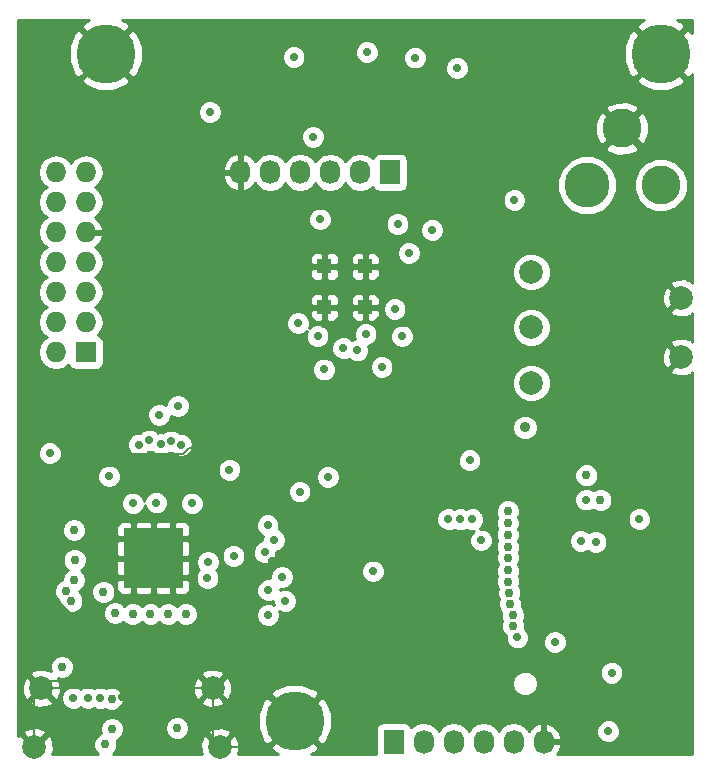
<source format=gbr>
G04 #@! TF.FileFunction,Copper,L2,Inr,Plane*
%FSLAX46Y46*%
G04 Gerber Fmt 4.6, Leading zero omitted, Abs format (unit mm)*
G04 Created by KiCad (PCBNEW (2015-04-17 BZR 5609)-product) date Fri 01 Apr 2016 01:29:39 PM CDT*
%MOMM*%
G01*
G04 APERTURE LIST*
%ADD10C,0.100000*%
%ADD11C,0.900000*%
%ADD12C,2.000000*%
%ADD13R,1.727200X1.727200*%
%ADD14O,1.727200X1.727200*%
%ADD15C,5.000000*%
%ADD16R,1.150000X1.150000*%
%ADD17C,3.800000*%
%ADD18C,3.300000*%
%ADD19R,1.660000X1.660000*%
%ADD20R,1.727200X2.032000*%
%ADD21O,1.727200X2.032000*%
%ADD22C,0.736600*%
%ADD23C,0.762000*%
%ADD24C,0.152400*%
%ADD25C,0.381000*%
%ADD26C,0.254000*%
G04 APERTURE END LIST*
D10*
D11*
X89291998Y-98655010D03*
D12*
X47742400Y-125687200D03*
X63442400Y-125687200D03*
X48342400Y-120737200D03*
X62842400Y-120737200D03*
D13*
X52110640Y-92290900D03*
D14*
X49570640Y-92290900D03*
X52110640Y-89750900D03*
X49570640Y-89750900D03*
X52110640Y-87210900D03*
X49570640Y-87210900D03*
X52110640Y-84670900D03*
X49570640Y-84670900D03*
X52110640Y-82130900D03*
X49570640Y-82130900D03*
X52110640Y-79590900D03*
X49570640Y-79590900D03*
X52110640Y-77050900D03*
X49570640Y-77050900D03*
D15*
X53797200Y-67005200D03*
X69800013Y-123500007D03*
X100787200Y-67005200D03*
D16*
X75768280Y-85030800D03*
X72318280Y-85030800D03*
X75768280Y-88480800D03*
X72318280Y-88480800D03*
D17*
X94540200Y-78143100D03*
D18*
X100790200Y-78143100D03*
X97540200Y-73343100D03*
D12*
X89834720Y-90192420D03*
X89834720Y-94892420D03*
X89834720Y-85492420D03*
X102534720Y-87688420D03*
X102534720Y-92696420D03*
D19*
X56170000Y-111377600D03*
X56170000Y-109717600D03*
X56170000Y-108057600D03*
X57830000Y-108057600D03*
X57830000Y-109717600D03*
X57830000Y-111377600D03*
X59490000Y-108057600D03*
X59490000Y-109717600D03*
X59490000Y-111377600D03*
D20*
X78180000Y-125260000D03*
D21*
X80720000Y-125260000D03*
X83260000Y-125260000D03*
X85800000Y-125260000D03*
X88340000Y-125260000D03*
X90880000Y-125260000D03*
D20*
X77876400Y-77063600D03*
D21*
X75336400Y-77063600D03*
X72796400Y-77063600D03*
X70256400Y-77063600D03*
X67716400Y-77063600D03*
X65176400Y-77063600D03*
D22*
X61569600Y-117551200D03*
D23*
X59385200Y-121462800D03*
X57302400Y-121513600D03*
X47955200Y-111506000D03*
X49098190Y-106527600D03*
D22*
X67840343Y-109976179D03*
X90593070Y-101055010D03*
X83300000Y-65390000D03*
X81407000Y-65405000D03*
X79950000Y-88790000D03*
X67259200Y-88450420D03*
X90932000Y-79248000D03*
X87900000Y-118490000D03*
X55591358Y-100892799D03*
X61350000Y-100436910D03*
X55185443Y-121503961D03*
X54396910Y-118364000D03*
X59091898Y-118231128D03*
X56086920Y-118247921D03*
D23*
X53594000Y-112572800D03*
X54289998Y-121610000D03*
D22*
X53300000Y-121574551D03*
X52300000Y-121574551D03*
X51050000Y-121574551D03*
D23*
X50088800Y-118922800D03*
X54576980Y-114382079D03*
X60580000Y-114462608D03*
X56080000Y-114462608D03*
X57585000Y-114462608D03*
X59080000Y-114465651D03*
D22*
X56080000Y-105093069D03*
X61080000Y-105093069D03*
X62410340Y-111414560D03*
D23*
X51096658Y-111577210D03*
X51104059Y-107357990D03*
D22*
X58080000Y-105016860D03*
X62466220Y-110045500D03*
X91805770Y-116840000D03*
X54073270Y-102801420D03*
X59921579Y-96827779D03*
X75100000Y-92140000D03*
D23*
X51155600Y-109857990D03*
X50444400Y-112522000D03*
X50888980Y-113331968D03*
X59842400Y-124104400D03*
D22*
X70210000Y-104090000D03*
D23*
X54320000Y-124190000D03*
D22*
X49050000Y-100840000D03*
X62600000Y-71940000D03*
D23*
X53771800Y-125501400D03*
D22*
X72590000Y-102860000D03*
X98983799Y-106428262D03*
X72263000Y-93751400D03*
X81450000Y-81940000D03*
X94475000Y-104765000D03*
X71350000Y-74040000D03*
D23*
X95675002Y-104790000D03*
D22*
X64272160Y-102247711D03*
X57460000Y-99760000D03*
X56610994Y-100103958D03*
D23*
X88302742Y-115481392D03*
X88290400Y-114553996D03*
D22*
X58450000Y-100088098D03*
D23*
X88009498Y-113589183D03*
D22*
X59328341Y-99836920D03*
D23*
X87971200Y-112674400D03*
D22*
X60181918Y-100136920D03*
D23*
X87864109Y-111722998D03*
D22*
X67500000Y-106940000D03*
D23*
X87846457Y-110745215D03*
D22*
X68040000Y-108176910D03*
D23*
X87867404Y-109718569D03*
D22*
X67242921Y-109217079D03*
D23*
X87849222Y-108758128D03*
D22*
X68710000Y-111326920D03*
D23*
X87847027Y-107744534D03*
D22*
X67560000Y-112443080D03*
D23*
X87846609Y-106745035D03*
D22*
X68991087Y-113339480D03*
D23*
X87844873Y-105747095D03*
D22*
X67550000Y-114538750D03*
X64617600Y-109554910D03*
X76418173Y-110846920D03*
X78251158Y-88638842D03*
X77150000Y-93540000D03*
X70078600Y-89839800D03*
X79450000Y-83890000D03*
X71950000Y-81040000D03*
X78500000Y-81440000D03*
X88400000Y-79390000D03*
D23*
X94495091Y-102723209D03*
D22*
X84600000Y-101440000D03*
X69700000Y-67290000D03*
X75900000Y-66890000D03*
X80000000Y-67340000D03*
X83550000Y-68240000D03*
X85577304Y-108219923D03*
X96340000Y-124380000D03*
X75800000Y-90740000D03*
X78881210Y-90952157D03*
X95275411Y-108341278D03*
X94009525Y-108263681D03*
X84836000Y-106426000D03*
X83820000Y-106426000D03*
X82804000Y-106426000D03*
X96620000Y-119420000D03*
X88650000Y-116440000D03*
X71729600Y-90932000D03*
X58318400Y-97586800D03*
X73905977Y-91946724D03*
D24*
X67838320Y-109971840D02*
X67838320Y-110281720D01*
X67838320Y-110281720D02*
X60588420Y-117531620D01*
X60588420Y-117531620D02*
X60588420Y-118160000D01*
D25*
X72318280Y-85030800D02*
X75768280Y-85030800D01*
X72318280Y-88480800D02*
X72318280Y-85030800D01*
X75768280Y-88480800D02*
X72318280Y-88480800D01*
D24*
X51953160Y-120101360D02*
X51915060Y-120063260D01*
X51915060Y-120063260D02*
X51823620Y-120154700D01*
X51823620Y-120154700D02*
X48924900Y-120154700D01*
X48924900Y-120154700D02*
X48342400Y-120737200D01*
X63442400Y-125687200D02*
X67612820Y-125687200D01*
X67612820Y-125687200D02*
X69800013Y-123500007D01*
X62842400Y-120737200D02*
X62842400Y-125087200D01*
X62842400Y-125087200D02*
X63442400Y-125687200D01*
X47742400Y-125687200D02*
X47742400Y-121337200D01*
X47742400Y-121337200D02*
X48342400Y-120737200D01*
X54575190Y-118160000D02*
X48006000Y-111590810D01*
X48006000Y-111590810D02*
X48006000Y-111506000D01*
X56081980Y-118160000D02*
X54575190Y-118160000D01*
X57591980Y-118160000D02*
X56081980Y-118160000D01*
X59080000Y-118130000D02*
X57621980Y-118130000D01*
X57621980Y-118130000D02*
X57591980Y-118160000D01*
X60588420Y-118160000D02*
X59110000Y-118160000D01*
X59110000Y-118160000D02*
X59080000Y-118130000D01*
X95890201Y-74993099D02*
X97540200Y-73343100D01*
X94300441Y-74993099D02*
X95890201Y-74993099D01*
X84262740Y-85030800D02*
X94300441Y-74993099D01*
X75768280Y-85030800D02*
X84262740Y-85030800D01*
X75768280Y-87753400D02*
X75768280Y-85030800D01*
X75768280Y-88480800D02*
X75768280Y-87753400D01*
X56112212Y-100892799D02*
X55591358Y-100892799D01*
X60373257Y-100892799D02*
X56112212Y-100892799D01*
X60829146Y-100436910D02*
X60373257Y-100892799D01*
X61350000Y-100436910D02*
X60829146Y-100436910D01*
X48342400Y-120737200D02*
X61428187Y-120737200D01*
X61428187Y-120737200D02*
X62842400Y-120737200D01*
D26*
G36*
X103455000Y-126315000D02*
X99987273Y-126315000D01*
X99987273Y-106229569D01*
X99834851Y-105860681D01*
X99552865Y-105578201D01*
X99184243Y-105425136D01*
X98785106Y-105424788D01*
X98416218Y-105577210D01*
X98133738Y-105859196D01*
X97980673Y-106227818D01*
X97980325Y-106626955D01*
X98132747Y-106995843D01*
X98414733Y-107278323D01*
X98783355Y-107431388D01*
X99182492Y-107431736D01*
X99551380Y-107279314D01*
X99833860Y-106997328D01*
X99986925Y-106628706D01*
X99987273Y-106229569D01*
X99987273Y-126315000D01*
X97623474Y-126315000D01*
X97623474Y-119221307D01*
X97471052Y-118852419D01*
X97189066Y-118569939D01*
X97075639Y-118522840D01*
X97075639Y-77641069D01*
X96690522Y-76709014D01*
X95978037Y-75995284D01*
X95046655Y-75608541D01*
X94038169Y-75607661D01*
X93106114Y-75992778D01*
X92392384Y-76705263D01*
X92005641Y-77636645D01*
X92004761Y-78645131D01*
X92389878Y-79577186D01*
X93102363Y-80290916D01*
X94033745Y-80677659D01*
X95042231Y-80678539D01*
X95974286Y-80293422D01*
X96688016Y-79580937D01*
X97074759Y-78649555D01*
X97075639Y-77641069D01*
X97075639Y-118522840D01*
X96820444Y-118416874D01*
X96691178Y-118416761D01*
X96691178Y-104588792D01*
X96536827Y-104215234D01*
X96251271Y-103929179D01*
X95877984Y-103774176D01*
X95511267Y-103773856D01*
X95511267Y-102522001D01*
X95356916Y-102148443D01*
X95071360Y-101862388D01*
X94698073Y-101707385D01*
X94293883Y-101707033D01*
X93920325Y-101861384D01*
X93634270Y-102146940D01*
X93479267Y-102520227D01*
X93478915Y-102924417D01*
X93633266Y-103297975D01*
X93918822Y-103584030D01*
X94292109Y-103739033D01*
X94696299Y-103739385D01*
X95069857Y-103585034D01*
X95355912Y-103299478D01*
X95510915Y-102926191D01*
X95511267Y-102522001D01*
X95511267Y-103773856D01*
X95473794Y-103773824D01*
X95100236Y-103928175D01*
X95078719Y-103949653D01*
X95044066Y-103914939D01*
X94675444Y-103761874D01*
X94276307Y-103761526D01*
X93907419Y-103913948D01*
X93624939Y-104195934D01*
X93471874Y-104564556D01*
X93471526Y-104963693D01*
X93623948Y-105332581D01*
X93905934Y-105615061D01*
X94274556Y-105768126D01*
X94673693Y-105768474D01*
X95042581Y-105616052D01*
X95053321Y-105605330D01*
X95098733Y-105650821D01*
X95472020Y-105805824D01*
X95876210Y-105806176D01*
X96249768Y-105651825D01*
X96535823Y-105366269D01*
X96690826Y-104992982D01*
X96691178Y-104588792D01*
X96691178Y-118416761D01*
X96421307Y-118416526D01*
X96278885Y-118475373D01*
X96278885Y-108142585D01*
X96126463Y-107773697D01*
X95844477Y-107491217D01*
X95475855Y-107338152D01*
X95076718Y-107337804D01*
X94707830Y-107490226D01*
X94681400Y-107516609D01*
X94578591Y-107413620D01*
X94209969Y-107260555D01*
X93810832Y-107260207D01*
X93441944Y-107412629D01*
X93159464Y-107694615D01*
X93006399Y-108063237D01*
X93006051Y-108462374D01*
X93158473Y-108831262D01*
X93440459Y-109113742D01*
X93809081Y-109266807D01*
X94208218Y-109267155D01*
X94577106Y-109114733D01*
X94603535Y-109088349D01*
X94706345Y-109191339D01*
X95074967Y-109344404D01*
X95474104Y-109344752D01*
X95842992Y-109192330D01*
X96125472Y-108910344D01*
X96278537Y-108541722D01*
X96278885Y-108142585D01*
X96278885Y-118475373D01*
X96052419Y-118568948D01*
X95769939Y-118850934D01*
X95616874Y-119219556D01*
X95616526Y-119618693D01*
X95768948Y-119987581D01*
X96050934Y-120270061D01*
X96419556Y-120423126D01*
X96818693Y-120423474D01*
X97187581Y-120271052D01*
X97470061Y-119989066D01*
X97623126Y-119620444D01*
X97623474Y-119221307D01*
X97623474Y-126315000D01*
X97343474Y-126315000D01*
X97343474Y-124181307D01*
X97191052Y-123812419D01*
X96909066Y-123529939D01*
X96540444Y-123376874D01*
X96141307Y-123376526D01*
X95772419Y-123528948D01*
X95489939Y-123810934D01*
X95336874Y-124179556D01*
X95336526Y-124578693D01*
X95488948Y-124947581D01*
X95770934Y-125230061D01*
X96139556Y-125383126D01*
X96538693Y-125383474D01*
X96907581Y-125231052D01*
X97190061Y-124949066D01*
X97343126Y-124580444D01*
X97343474Y-124181307D01*
X97343474Y-126315000D01*
X92809244Y-126315000D01*
X92809244Y-116641307D01*
X92656822Y-116272419D01*
X92374836Y-115989939D01*
X92006214Y-115836874D01*
X91607077Y-115836526D01*
X91470004Y-115893163D01*
X91470004Y-94568625D01*
X91470004Y-89868625D01*
X91470004Y-85168625D01*
X91221614Y-84567477D01*
X90762083Y-84107142D01*
X90161368Y-83857704D01*
X89510925Y-83857136D01*
X89403474Y-83901533D01*
X89403474Y-79191307D01*
X89251052Y-78822419D01*
X88969066Y-78539939D01*
X88600444Y-78386874D01*
X88201307Y-78386526D01*
X87832419Y-78538948D01*
X87549939Y-78820934D01*
X87396874Y-79189556D01*
X87396526Y-79588693D01*
X87548948Y-79957581D01*
X87830934Y-80240061D01*
X88199556Y-80393126D01*
X88598693Y-80393474D01*
X88967581Y-80241052D01*
X89250061Y-79959066D01*
X89403126Y-79590444D01*
X89403474Y-79191307D01*
X89403474Y-83901533D01*
X88909777Y-84105526D01*
X88449442Y-84565057D01*
X88200004Y-85165772D01*
X88199436Y-85816215D01*
X88447826Y-86417363D01*
X88907357Y-86877698D01*
X89508072Y-87127136D01*
X90158515Y-87127704D01*
X90759663Y-86879314D01*
X91219998Y-86419783D01*
X91469436Y-85819068D01*
X91470004Y-85168625D01*
X91470004Y-89868625D01*
X91221614Y-89267477D01*
X90762083Y-88807142D01*
X90161368Y-88557704D01*
X89510925Y-88557136D01*
X88909777Y-88805526D01*
X88449442Y-89265057D01*
X88200004Y-89865772D01*
X88199436Y-90516215D01*
X88447826Y-91117363D01*
X88907357Y-91577698D01*
X89508072Y-91827136D01*
X90158515Y-91827704D01*
X90759663Y-91579314D01*
X91219998Y-91119783D01*
X91469436Y-90519068D01*
X91470004Y-89868625D01*
X91470004Y-94568625D01*
X91221614Y-93967477D01*
X90762083Y-93507142D01*
X90161368Y-93257704D01*
X89510925Y-93257136D01*
X88909777Y-93505526D01*
X88449442Y-93965057D01*
X88200004Y-94565772D01*
X88199436Y-95216215D01*
X88447826Y-95817363D01*
X88907357Y-96277698D01*
X89508072Y-96527136D01*
X90158515Y-96527704D01*
X90759663Y-96279314D01*
X91219998Y-95819783D01*
X91469436Y-95219068D01*
X91470004Y-94568625D01*
X91470004Y-115893163D01*
X91238189Y-115988948D01*
X90955709Y-116270934D01*
X90802644Y-116639556D01*
X90802296Y-117038693D01*
X90954718Y-117407581D01*
X91236704Y-117690061D01*
X91605326Y-117843126D01*
X92004463Y-117843474D01*
X92373351Y-117691052D01*
X92655831Y-117409066D01*
X92808896Y-117040444D01*
X92809244Y-116641307D01*
X92809244Y-126315000D01*
X92046261Y-126315000D01*
X92171954Y-126174320D01*
X92365184Y-125621913D01*
X92365184Y-124898087D01*
X92171954Y-124345680D01*
X91782036Y-123909268D01*
X91254791Y-123655291D01*
X91239026Y-123652642D01*
X91007000Y-123773783D01*
X91007000Y-125133000D01*
X92220924Y-125133000D01*
X92365184Y-124898087D01*
X92365184Y-125621913D01*
X92220924Y-125387000D01*
X91007000Y-125387000D01*
X91007000Y-125407000D01*
X90753000Y-125407000D01*
X90753000Y-125387000D01*
X90733000Y-125387000D01*
X90733000Y-125133000D01*
X90753000Y-125133000D01*
X90753000Y-123773783D01*
X90520974Y-123652642D01*
X90505209Y-123655291D01*
X90377186Y-123716960D01*
X90377186Y-120130137D01*
X90377186Y-98440137D01*
X90212352Y-98041210D01*
X89907403Y-97735728D01*
X89508765Y-97570199D01*
X89077125Y-97569822D01*
X88678198Y-97734656D01*
X88372716Y-98039605D01*
X88207187Y-98438243D01*
X88206810Y-98869883D01*
X88371644Y-99268810D01*
X88676593Y-99574292D01*
X89075231Y-99739821D01*
X89506871Y-99740198D01*
X89905798Y-99575364D01*
X90211280Y-99270415D01*
X90376809Y-98871777D01*
X90377186Y-98440137D01*
X90377186Y-120130137D01*
X90212352Y-119731210D01*
X89907403Y-119425728D01*
X89653474Y-119320287D01*
X89653474Y-116241307D01*
X89501052Y-115872419D01*
X89317029Y-115688074D01*
X89318566Y-115684374D01*
X89318918Y-115280184D01*
X89204227Y-115002611D01*
X89306224Y-114756978D01*
X89306576Y-114352788D01*
X89152225Y-113979230D01*
X89007744Y-113834496D01*
X89025322Y-113792165D01*
X89025674Y-113387975D01*
X88900649Y-113085393D01*
X88987024Y-112877382D01*
X88987376Y-112473192D01*
X88833025Y-112099634D01*
X88815228Y-112081806D01*
X88879933Y-111925980D01*
X88880285Y-111521790D01*
X88752510Y-111212552D01*
X88862281Y-110948197D01*
X88862633Y-110544007D01*
X88743990Y-110256870D01*
X88883228Y-109921551D01*
X88883580Y-109517361D01*
X88759132Y-109216175D01*
X88865046Y-108961110D01*
X88865398Y-108556920D01*
X88737916Y-108248390D01*
X88862851Y-107947516D01*
X88863203Y-107543326D01*
X88739526Y-107244006D01*
X88862433Y-106948017D01*
X88862785Y-106543827D01*
X88738774Y-106243698D01*
X88860697Y-105950077D01*
X88861049Y-105545887D01*
X88706698Y-105172329D01*
X88421142Y-104886274D01*
X88047855Y-104731271D01*
X87643665Y-104730919D01*
X87270107Y-104885270D01*
X86984052Y-105170826D01*
X86829049Y-105544113D01*
X86828697Y-105948303D01*
X86952707Y-106248431D01*
X86830785Y-106542053D01*
X86830433Y-106946243D01*
X86954109Y-107245562D01*
X86831203Y-107541552D01*
X86830851Y-107945742D01*
X86958332Y-108254271D01*
X86833398Y-108555146D01*
X86833046Y-108959336D01*
X86957493Y-109260521D01*
X86851580Y-109515587D01*
X86851228Y-109919777D01*
X86969870Y-110206913D01*
X86830633Y-110542233D01*
X86830281Y-110946423D01*
X86958055Y-111255660D01*
X86848285Y-111520016D01*
X86847933Y-111924206D01*
X87002284Y-112297764D01*
X87020080Y-112315591D01*
X86955376Y-112471418D01*
X86955024Y-112875608D01*
X87080048Y-113178189D01*
X86993674Y-113386201D01*
X86993322Y-113790391D01*
X87147673Y-114163949D01*
X87292153Y-114308682D01*
X87274576Y-114351014D01*
X87274224Y-114755204D01*
X87388914Y-115032776D01*
X87286918Y-115278410D01*
X87286566Y-115682600D01*
X87440917Y-116056158D01*
X87646854Y-116262454D01*
X87646526Y-116638693D01*
X87798948Y-117007581D01*
X88080934Y-117290061D01*
X88449556Y-117443126D01*
X88848693Y-117443474D01*
X89217581Y-117291052D01*
X89500061Y-117009066D01*
X89653126Y-116640444D01*
X89653474Y-116241307D01*
X89653474Y-119320287D01*
X89508765Y-119260199D01*
X89077125Y-119259822D01*
X88678198Y-119424656D01*
X88372716Y-119729605D01*
X88207187Y-120128243D01*
X88206810Y-120559883D01*
X88371644Y-120958810D01*
X88676593Y-121264292D01*
X89075231Y-121429821D01*
X89506871Y-121430198D01*
X89905798Y-121265364D01*
X90211280Y-120960415D01*
X90376809Y-120561777D01*
X90377186Y-120130137D01*
X90377186Y-123716960D01*
X89977964Y-123909268D01*
X89606460Y-124325069D01*
X89399670Y-124015585D01*
X88913489Y-123690729D01*
X88340000Y-123576655D01*
X87766511Y-123690729D01*
X87280330Y-124015585D01*
X87070000Y-124330365D01*
X86859670Y-124015585D01*
X86580778Y-123829235D01*
X86580778Y-108021230D01*
X86428356Y-107652342D01*
X86146370Y-107369862D01*
X85777748Y-107216797D01*
X85464215Y-107216523D01*
X85686061Y-106995066D01*
X85839126Y-106626444D01*
X85839474Y-106227307D01*
X85687052Y-105858419D01*
X85603474Y-105774694D01*
X85603474Y-101241307D01*
X85451052Y-100872419D01*
X85169066Y-100589939D01*
X84800444Y-100436874D01*
X84553474Y-100436658D01*
X84553474Y-68041307D01*
X84401052Y-67672419D01*
X84119066Y-67389939D01*
X83750444Y-67236874D01*
X83351307Y-67236526D01*
X82982419Y-67388948D01*
X82699939Y-67670934D01*
X82546874Y-68039556D01*
X82546526Y-68438693D01*
X82698948Y-68807581D01*
X82980934Y-69090061D01*
X83349556Y-69243126D01*
X83748693Y-69243474D01*
X84117581Y-69091052D01*
X84400061Y-68809066D01*
X84553126Y-68440444D01*
X84553474Y-68041307D01*
X84553474Y-100436658D01*
X84401307Y-100436526D01*
X84032419Y-100588948D01*
X83749939Y-100870934D01*
X83596874Y-101239556D01*
X83596526Y-101638693D01*
X83748948Y-102007581D01*
X84030934Y-102290061D01*
X84399556Y-102443126D01*
X84798693Y-102443474D01*
X85167581Y-102291052D01*
X85450061Y-102009066D01*
X85603126Y-101640444D01*
X85603474Y-101241307D01*
X85603474Y-105774694D01*
X85405066Y-105575939D01*
X85036444Y-105422874D01*
X84637307Y-105422526D01*
X84327694Y-105550455D01*
X84020444Y-105422874D01*
X83621307Y-105422526D01*
X83311694Y-105550455D01*
X83004444Y-105422874D01*
X82605307Y-105422526D01*
X82453474Y-105485262D01*
X82453474Y-81741307D01*
X82301052Y-81372419D01*
X82019066Y-81089939D01*
X81650444Y-80936874D01*
X81251307Y-80936526D01*
X81003474Y-81038928D01*
X81003474Y-67141307D01*
X80851052Y-66772419D01*
X80569066Y-66489939D01*
X80200444Y-66336874D01*
X79801307Y-66336526D01*
X79432419Y-66488948D01*
X79149939Y-66770934D01*
X78996874Y-67139556D01*
X78996526Y-67538693D01*
X79148948Y-67907581D01*
X79430934Y-68190061D01*
X79799556Y-68343126D01*
X80198693Y-68343474D01*
X80567581Y-68191052D01*
X80850061Y-67909066D01*
X81003126Y-67540444D01*
X81003474Y-67141307D01*
X81003474Y-81038928D01*
X80882419Y-81088948D01*
X80599939Y-81370934D01*
X80446874Y-81739556D01*
X80446526Y-82138693D01*
X80598948Y-82507581D01*
X80880934Y-82790061D01*
X81249556Y-82943126D01*
X81648693Y-82943474D01*
X82017581Y-82791052D01*
X82300061Y-82509066D01*
X82453126Y-82140444D01*
X82453474Y-81741307D01*
X82453474Y-105485262D01*
X82236419Y-105574948D01*
X81953939Y-105856934D01*
X81800874Y-106225556D01*
X81800526Y-106624693D01*
X81952948Y-106993581D01*
X82234934Y-107276061D01*
X82603556Y-107429126D01*
X83002693Y-107429474D01*
X83312305Y-107301544D01*
X83619556Y-107429126D01*
X84018693Y-107429474D01*
X84328305Y-107301544D01*
X84635556Y-107429126D01*
X84949088Y-107429399D01*
X84727243Y-107650857D01*
X84574178Y-108019479D01*
X84573830Y-108418616D01*
X84726252Y-108787504D01*
X85008238Y-109069984D01*
X85376860Y-109223049D01*
X85775997Y-109223397D01*
X86144885Y-109070975D01*
X86427365Y-108788989D01*
X86580430Y-108420367D01*
X86580778Y-108021230D01*
X86580778Y-123829235D01*
X86373489Y-123690729D01*
X85800000Y-123576655D01*
X85226511Y-123690729D01*
X84740330Y-124015585D01*
X84530000Y-124330365D01*
X84319670Y-124015585D01*
X83833489Y-123690729D01*
X83260000Y-123576655D01*
X82686511Y-123690729D01*
X82200330Y-124015585D01*
X81990000Y-124330365D01*
X81779670Y-124015585D01*
X81293489Y-123690729D01*
X80720000Y-123576655D01*
X80453474Y-123629670D01*
X80453474Y-83691307D01*
X80301052Y-83322419D01*
X80019066Y-83039939D01*
X79650444Y-82886874D01*
X79503474Y-82886745D01*
X79503474Y-81241307D01*
X79387440Y-80960484D01*
X79387440Y-78079600D01*
X79387440Y-76047600D01*
X79340463Y-75805477D01*
X79200673Y-75592673D01*
X78989640Y-75450223D01*
X78740000Y-75400160D01*
X77012800Y-75400160D01*
X76903474Y-75421371D01*
X76903474Y-66691307D01*
X76751052Y-66322419D01*
X76469066Y-66039939D01*
X76100444Y-65886874D01*
X75701307Y-65886526D01*
X75332419Y-66038948D01*
X75049939Y-66320934D01*
X74896874Y-66689556D01*
X74896526Y-67088693D01*
X75048948Y-67457581D01*
X75330934Y-67740061D01*
X75699556Y-67893126D01*
X76098693Y-67893474D01*
X76467581Y-67741052D01*
X76750061Y-67459066D01*
X76903126Y-67090444D01*
X76903474Y-66691307D01*
X76903474Y-75421371D01*
X76770677Y-75447137D01*
X76557873Y-75586927D01*
X76415423Y-75797960D01*
X76407681Y-75836562D01*
X76396070Y-75819185D01*
X75909889Y-75494329D01*
X75336400Y-75380255D01*
X74762911Y-75494329D01*
X74276730Y-75819185D01*
X74066400Y-76133965D01*
X73856070Y-75819185D01*
X73369889Y-75494329D01*
X72796400Y-75380255D01*
X72353474Y-75468358D01*
X72353474Y-73841307D01*
X72201052Y-73472419D01*
X71919066Y-73189939D01*
X71550444Y-73036874D01*
X71151307Y-73036526D01*
X70782419Y-73188948D01*
X70703474Y-73267754D01*
X70703474Y-67091307D01*
X70551052Y-66722419D01*
X70269066Y-66439939D01*
X69900444Y-66286874D01*
X69501307Y-66286526D01*
X69132419Y-66438948D01*
X68849939Y-66720934D01*
X68696874Y-67089556D01*
X68696526Y-67488693D01*
X68848948Y-67857581D01*
X69130934Y-68140061D01*
X69499556Y-68293126D01*
X69898693Y-68293474D01*
X70267581Y-68141052D01*
X70550061Y-67859066D01*
X70703126Y-67490444D01*
X70703474Y-67091307D01*
X70703474Y-73267754D01*
X70499939Y-73470934D01*
X70346874Y-73839556D01*
X70346526Y-74238693D01*
X70498948Y-74607581D01*
X70780934Y-74890061D01*
X71149556Y-75043126D01*
X71548693Y-75043474D01*
X71917581Y-74891052D01*
X72200061Y-74609066D01*
X72353126Y-74240444D01*
X72353474Y-73841307D01*
X72353474Y-75468358D01*
X72222911Y-75494329D01*
X71736730Y-75819185D01*
X71526400Y-76133965D01*
X71316070Y-75819185D01*
X70829889Y-75494329D01*
X70256400Y-75380255D01*
X69682911Y-75494329D01*
X69196730Y-75819185D01*
X68986400Y-76133965D01*
X68776070Y-75819185D01*
X68289889Y-75494329D01*
X67716400Y-75380255D01*
X67142911Y-75494329D01*
X66656730Y-75819185D01*
X66449939Y-76128669D01*
X66078436Y-75712868D01*
X65551191Y-75458891D01*
X65535426Y-75456242D01*
X65303400Y-75577383D01*
X65303400Y-76936600D01*
X65323400Y-76936600D01*
X65323400Y-77190600D01*
X65303400Y-77190600D01*
X65303400Y-78549817D01*
X65535426Y-78670958D01*
X65551191Y-78668309D01*
X66078436Y-78414332D01*
X66449939Y-77998530D01*
X66656730Y-78308015D01*
X67142911Y-78632871D01*
X67716400Y-78746945D01*
X68289889Y-78632871D01*
X68776070Y-78308015D01*
X68986400Y-77993234D01*
X69196730Y-78308015D01*
X69682911Y-78632871D01*
X70256400Y-78746945D01*
X70829889Y-78632871D01*
X71316070Y-78308015D01*
X71526400Y-77993234D01*
X71736730Y-78308015D01*
X72222911Y-78632871D01*
X72796400Y-78746945D01*
X73369889Y-78632871D01*
X73856070Y-78308015D01*
X74066400Y-77993234D01*
X74276730Y-78308015D01*
X74762911Y-78632871D01*
X75336400Y-78746945D01*
X75909889Y-78632871D01*
X76396070Y-78308015D01*
X76406615Y-78292232D01*
X76412337Y-78321723D01*
X76552127Y-78534527D01*
X76763160Y-78676977D01*
X77012800Y-78727040D01*
X78740000Y-78727040D01*
X78982123Y-78680063D01*
X79194927Y-78540273D01*
X79337377Y-78329240D01*
X79387440Y-78079600D01*
X79387440Y-80960484D01*
X79351052Y-80872419D01*
X79069066Y-80589939D01*
X78700444Y-80436874D01*
X78301307Y-80436526D01*
X77932419Y-80588948D01*
X77649939Y-80870934D01*
X77496874Y-81239556D01*
X77496526Y-81638693D01*
X77648948Y-82007581D01*
X77930934Y-82290061D01*
X78299556Y-82443126D01*
X78698693Y-82443474D01*
X79067581Y-82291052D01*
X79350061Y-82009066D01*
X79503126Y-81640444D01*
X79503474Y-81241307D01*
X79503474Y-82886745D01*
X79251307Y-82886526D01*
X78882419Y-83038948D01*
X78599939Y-83320934D01*
X78446874Y-83689556D01*
X78446526Y-84088693D01*
X78598948Y-84457581D01*
X78880934Y-84740061D01*
X79249556Y-84893126D01*
X79648693Y-84893474D01*
X80017581Y-84741052D01*
X80300061Y-84459066D01*
X80453126Y-84090444D01*
X80453474Y-83691307D01*
X80453474Y-123629670D01*
X80146511Y-123690729D01*
X79884684Y-123865676D01*
X79884684Y-90753464D01*
X79732262Y-90384576D01*
X79450276Y-90102096D01*
X79254632Y-90020857D01*
X79254632Y-88440149D01*
X79102210Y-88071261D01*
X78820224Y-87788781D01*
X78451602Y-87635716D01*
X78052465Y-87635368D01*
X77683577Y-87787790D01*
X77401097Y-88069776D01*
X77248032Y-88438398D01*
X77247684Y-88837535D01*
X77400106Y-89206423D01*
X77682092Y-89488903D01*
X78050714Y-89641968D01*
X78449851Y-89642316D01*
X78818739Y-89489894D01*
X79101219Y-89207908D01*
X79254284Y-88839286D01*
X79254632Y-88440149D01*
X79254632Y-90020857D01*
X79081654Y-89949031D01*
X78682517Y-89948683D01*
X78313629Y-90101105D01*
X78031149Y-90383091D01*
X77878084Y-90751713D01*
X77877736Y-91150850D01*
X78030158Y-91519738D01*
X78312144Y-91802218D01*
X78680766Y-91955283D01*
X79079903Y-91955631D01*
X79448791Y-91803209D01*
X79731271Y-91521223D01*
X79884336Y-91152601D01*
X79884684Y-90753464D01*
X79884684Y-123865676D01*
X79660330Y-124015585D01*
X79649784Y-124031367D01*
X79644063Y-124001877D01*
X79504273Y-123789073D01*
X79293240Y-123646623D01*
X79043600Y-123596560D01*
X78153474Y-123596560D01*
X78153474Y-93341307D01*
X78001052Y-92972419D01*
X77719066Y-92689939D01*
X77350444Y-92536874D01*
X76978280Y-92536549D01*
X76978280Y-89182109D01*
X76978280Y-88766550D01*
X76978280Y-88195050D01*
X76978280Y-87779491D01*
X76978280Y-85732109D01*
X76978280Y-85316550D01*
X76978280Y-84745050D01*
X76978280Y-84329491D01*
X76881607Y-84096102D01*
X76702979Y-83917473D01*
X76469590Y-83820800D01*
X76216971Y-83820800D01*
X76054030Y-83820800D01*
X75895280Y-83979550D01*
X75895280Y-84903800D01*
X76819530Y-84903800D01*
X76978280Y-84745050D01*
X76978280Y-85316550D01*
X76819530Y-85157800D01*
X75895280Y-85157800D01*
X75895280Y-86082050D01*
X76054030Y-86240800D01*
X76216971Y-86240800D01*
X76469590Y-86240800D01*
X76702979Y-86144127D01*
X76881607Y-85965498D01*
X76978280Y-85732109D01*
X76978280Y-87779491D01*
X76881607Y-87546102D01*
X76702979Y-87367473D01*
X76469590Y-87270800D01*
X76216971Y-87270800D01*
X76054030Y-87270800D01*
X75895280Y-87429550D01*
X75895280Y-88353800D01*
X76819530Y-88353800D01*
X76978280Y-88195050D01*
X76978280Y-88766550D01*
X76819530Y-88607800D01*
X75895280Y-88607800D01*
X75895280Y-89532050D01*
X76054030Y-89690800D01*
X76216971Y-89690800D01*
X76469590Y-89690800D01*
X76702979Y-89594127D01*
X76881607Y-89415498D01*
X76978280Y-89182109D01*
X76978280Y-92536549D01*
X76951307Y-92536526D01*
X76803474Y-92597609D01*
X76803474Y-90541307D01*
X76651052Y-90172419D01*
X76369066Y-89889939D01*
X76000444Y-89736874D01*
X75641280Y-89736560D01*
X75641280Y-89532050D01*
X75641280Y-88607800D01*
X75641280Y-88353800D01*
X75641280Y-87429550D01*
X75641280Y-86082050D01*
X75641280Y-85157800D01*
X75641280Y-84903800D01*
X75641280Y-83979550D01*
X75482530Y-83820800D01*
X75319589Y-83820800D01*
X75066970Y-83820800D01*
X74833581Y-83917473D01*
X74654953Y-84096102D01*
X74558280Y-84329491D01*
X74558280Y-84745050D01*
X74717030Y-84903800D01*
X75641280Y-84903800D01*
X75641280Y-85157800D01*
X74717030Y-85157800D01*
X74558280Y-85316550D01*
X74558280Y-85732109D01*
X74654953Y-85965498D01*
X74833581Y-86144127D01*
X75066970Y-86240800D01*
X75319589Y-86240800D01*
X75482530Y-86240800D01*
X75641280Y-86082050D01*
X75641280Y-87429550D01*
X75482530Y-87270800D01*
X75319589Y-87270800D01*
X75066970Y-87270800D01*
X74833581Y-87367473D01*
X74654953Y-87546102D01*
X74558280Y-87779491D01*
X74558280Y-88195050D01*
X74717030Y-88353800D01*
X75641280Y-88353800D01*
X75641280Y-88607800D01*
X74717030Y-88607800D01*
X74558280Y-88766550D01*
X74558280Y-89182109D01*
X74654953Y-89415498D01*
X74833581Y-89594127D01*
X75066970Y-89690800D01*
X75319589Y-89690800D01*
X75482530Y-89690800D01*
X75641280Y-89532050D01*
X75641280Y-89736560D01*
X75601307Y-89736526D01*
X75232419Y-89888948D01*
X74949939Y-90170934D01*
X74796874Y-90539556D01*
X74796526Y-90938693D01*
X74881628Y-91144656D01*
X74627693Y-91249581D01*
X74475043Y-91096663D01*
X74106421Y-90943598D01*
X73707284Y-90943250D01*
X73528280Y-91017213D01*
X73528280Y-89182109D01*
X73528280Y-88766550D01*
X73528280Y-88195050D01*
X73528280Y-87779491D01*
X73528280Y-85732109D01*
X73528280Y-85316550D01*
X73528280Y-84745050D01*
X73528280Y-84329491D01*
X73431607Y-84096102D01*
X73252979Y-83917473D01*
X73019590Y-83820800D01*
X72953474Y-83820800D01*
X72953474Y-80841307D01*
X72801052Y-80472419D01*
X72519066Y-80189939D01*
X72150444Y-80036874D01*
X71751307Y-80036526D01*
X71382419Y-80188948D01*
X71099939Y-80470934D01*
X70946874Y-80839556D01*
X70946526Y-81238693D01*
X71098948Y-81607581D01*
X71380934Y-81890061D01*
X71749556Y-82043126D01*
X72148693Y-82043474D01*
X72517581Y-81891052D01*
X72800061Y-81609066D01*
X72953126Y-81240444D01*
X72953474Y-80841307D01*
X72953474Y-83820800D01*
X72766971Y-83820800D01*
X72604030Y-83820800D01*
X72445280Y-83979550D01*
X72445280Y-84903800D01*
X73369530Y-84903800D01*
X73528280Y-84745050D01*
X73528280Y-85316550D01*
X73369530Y-85157800D01*
X72445280Y-85157800D01*
X72445280Y-86082050D01*
X72604030Y-86240800D01*
X72766971Y-86240800D01*
X73019590Y-86240800D01*
X73252979Y-86144127D01*
X73431607Y-85965498D01*
X73528280Y-85732109D01*
X73528280Y-87779491D01*
X73431607Y-87546102D01*
X73252979Y-87367473D01*
X73019590Y-87270800D01*
X72766971Y-87270800D01*
X72604030Y-87270800D01*
X72445280Y-87429550D01*
X72445280Y-88353800D01*
X73369530Y-88353800D01*
X73528280Y-88195050D01*
X73528280Y-88766550D01*
X73369530Y-88607800D01*
X72445280Y-88607800D01*
X72445280Y-89532050D01*
X72604030Y-89690800D01*
X72766971Y-89690800D01*
X73019590Y-89690800D01*
X73252979Y-89594127D01*
X73431607Y-89415498D01*
X73528280Y-89182109D01*
X73528280Y-91017213D01*
X73338396Y-91095672D01*
X73055916Y-91377658D01*
X72902851Y-91746280D01*
X72902503Y-92145417D01*
X73054925Y-92514305D01*
X73336911Y-92796785D01*
X73705533Y-92949850D01*
X74104670Y-92950198D01*
X74378283Y-92837142D01*
X74530934Y-92990061D01*
X74899556Y-93143126D01*
X75298693Y-93143474D01*
X75667581Y-92991052D01*
X75950061Y-92709066D01*
X76103126Y-92340444D01*
X76103474Y-91941307D01*
X76018371Y-91735343D01*
X76367581Y-91591052D01*
X76650061Y-91309066D01*
X76803126Y-90940444D01*
X76803474Y-90541307D01*
X76803474Y-92597609D01*
X76582419Y-92688948D01*
X76299939Y-92970934D01*
X76146874Y-93339556D01*
X76146526Y-93738693D01*
X76298948Y-94107581D01*
X76580934Y-94390061D01*
X76949556Y-94543126D01*
X77348693Y-94543474D01*
X77717581Y-94391052D01*
X78000061Y-94109066D01*
X78153126Y-93740444D01*
X78153474Y-93341307D01*
X78153474Y-123596560D01*
X77421647Y-123596560D01*
X77421647Y-110648227D01*
X77269225Y-110279339D01*
X76987239Y-109996859D01*
X76618617Y-109843794D01*
X76219480Y-109843446D01*
X75850592Y-109995868D01*
X75568112Y-110277854D01*
X75415047Y-110646476D01*
X75414699Y-111045613D01*
X75567121Y-111414501D01*
X75849107Y-111696981D01*
X76217729Y-111850046D01*
X76616866Y-111850394D01*
X76985754Y-111697972D01*
X77268234Y-111415986D01*
X77421299Y-111047364D01*
X77421647Y-110648227D01*
X77421647Y-123596560D01*
X77316400Y-123596560D01*
X77074277Y-123643537D01*
X76861473Y-123783327D01*
X76719023Y-123994360D01*
X76668960Y-124244000D01*
X76668960Y-126276000D01*
X76676526Y-126315000D01*
X73593474Y-126315000D01*
X73593474Y-102661307D01*
X73441052Y-102292419D01*
X73266474Y-102117535D01*
X73266474Y-93552707D01*
X73114052Y-93183819D01*
X72832066Y-92901339D01*
X72733074Y-92860233D01*
X72733074Y-90733307D01*
X72580652Y-90364419D01*
X72298666Y-90081939D01*
X72191280Y-90037348D01*
X72191280Y-89532050D01*
X72191280Y-88607800D01*
X72191280Y-88353800D01*
X72191280Y-87429550D01*
X72191280Y-86082050D01*
X72191280Y-85157800D01*
X72191280Y-84903800D01*
X72191280Y-83979550D01*
X72032530Y-83820800D01*
X71869589Y-83820800D01*
X71616970Y-83820800D01*
X71383581Y-83917473D01*
X71204953Y-84096102D01*
X71108280Y-84329491D01*
X71108280Y-84745050D01*
X71267030Y-84903800D01*
X72191280Y-84903800D01*
X72191280Y-85157800D01*
X71267030Y-85157800D01*
X71108280Y-85316550D01*
X71108280Y-85732109D01*
X71204953Y-85965498D01*
X71383581Y-86144127D01*
X71616970Y-86240800D01*
X71869589Y-86240800D01*
X72032530Y-86240800D01*
X72191280Y-86082050D01*
X72191280Y-87429550D01*
X72032530Y-87270800D01*
X71869589Y-87270800D01*
X71616970Y-87270800D01*
X71383581Y-87367473D01*
X71204953Y-87546102D01*
X71108280Y-87779491D01*
X71108280Y-88195050D01*
X71267030Y-88353800D01*
X72191280Y-88353800D01*
X72191280Y-88607800D01*
X71267030Y-88607800D01*
X71108280Y-88766550D01*
X71108280Y-89182109D01*
X71204953Y-89415498D01*
X71383581Y-89594127D01*
X71616970Y-89690800D01*
X71869589Y-89690800D01*
X72032530Y-89690800D01*
X72191280Y-89532050D01*
X72191280Y-90037348D01*
X71930044Y-89928874D01*
X71530907Y-89928526D01*
X71162019Y-90080948D01*
X70996013Y-90246663D01*
X71081726Y-90040244D01*
X71082074Y-89641107D01*
X70929652Y-89272219D01*
X70647666Y-88989739D01*
X70279044Y-88836674D01*
X69879907Y-88836326D01*
X69511019Y-88988748D01*
X69228539Y-89270734D01*
X69075474Y-89639356D01*
X69075126Y-90038493D01*
X69227548Y-90407381D01*
X69509534Y-90689861D01*
X69878156Y-90842926D01*
X70277293Y-90843274D01*
X70646181Y-90690852D01*
X70812186Y-90525136D01*
X70726474Y-90731556D01*
X70726126Y-91130693D01*
X70878548Y-91499581D01*
X71160534Y-91782061D01*
X71529156Y-91935126D01*
X71928293Y-91935474D01*
X72297181Y-91783052D01*
X72579661Y-91501066D01*
X72732726Y-91132444D01*
X72733074Y-90733307D01*
X72733074Y-92860233D01*
X72463444Y-92748274D01*
X72064307Y-92747926D01*
X71695419Y-92900348D01*
X71412939Y-93182334D01*
X71259874Y-93550956D01*
X71259526Y-93950093D01*
X71411948Y-94318981D01*
X71693934Y-94601461D01*
X72062556Y-94754526D01*
X72461693Y-94754874D01*
X72830581Y-94602452D01*
X73113061Y-94320466D01*
X73266126Y-93951844D01*
X73266474Y-93552707D01*
X73266474Y-102117535D01*
X73159066Y-102009939D01*
X72790444Y-101856874D01*
X72391307Y-101856526D01*
X72022419Y-102008948D01*
X71739939Y-102290934D01*
X71586874Y-102659556D01*
X71586526Y-103058693D01*
X71738948Y-103427581D01*
X72020934Y-103710061D01*
X72389556Y-103863126D01*
X72788693Y-103863474D01*
X73157581Y-103711052D01*
X73440061Y-103429066D01*
X73593126Y-103060444D01*
X73593474Y-102661307D01*
X73593474Y-126315000D01*
X72935307Y-126315000D01*
X72935307Y-124122115D01*
X72934718Y-122874935D01*
X72458577Y-121725428D01*
X72035893Y-121443732D01*
X71856288Y-121623337D01*
X71856288Y-121264127D01*
X71574592Y-120841443D01*
X71213474Y-120692063D01*
X71213474Y-103891307D01*
X71061052Y-103522419D01*
X70779066Y-103239939D01*
X70410444Y-103086874D01*
X70011307Y-103086526D01*
X69642419Y-103238948D01*
X69359939Y-103520934D01*
X69206874Y-103889556D01*
X69206526Y-104288693D01*
X69358948Y-104657581D01*
X69640934Y-104940061D01*
X70009556Y-105093126D01*
X70408693Y-105093474D01*
X70777581Y-104941052D01*
X71060061Y-104659066D01*
X71213126Y-104290444D01*
X71213474Y-103891307D01*
X71213474Y-120692063D01*
X70422121Y-120364713D01*
X69994561Y-120364914D01*
X69994561Y-113140787D01*
X69842139Y-112771899D01*
X69560153Y-112489419D01*
X69191531Y-112336354D01*
X68792394Y-112336006D01*
X68563311Y-112430661D01*
X68563399Y-112330092D01*
X68908693Y-112330394D01*
X69277581Y-112177972D01*
X69560061Y-111895986D01*
X69713126Y-111527364D01*
X69713474Y-111128227D01*
X69561052Y-110759339D01*
X69279066Y-110476859D01*
X69043474Y-110379032D01*
X69043474Y-107978217D01*
X68891052Y-107609329D01*
X68609066Y-107326849D01*
X68452686Y-107261914D01*
X68503126Y-107140444D01*
X68503474Y-106741307D01*
X68351052Y-106372419D01*
X68069066Y-106089939D01*
X67700444Y-105936874D01*
X67301307Y-105936526D01*
X66932419Y-106088948D01*
X66649939Y-106370934D01*
X66496874Y-106739556D01*
X66496526Y-107138693D01*
X66648948Y-107507581D01*
X66930934Y-107790061D01*
X67087313Y-107854995D01*
X67036874Y-107976466D01*
X67036664Y-108216730D01*
X66675340Y-108366027D01*
X66392860Y-108648013D01*
X66239795Y-109016635D01*
X66239447Y-109415772D01*
X66391869Y-109784660D01*
X66673855Y-110067140D01*
X67042477Y-110220205D01*
X67441614Y-110220553D01*
X67810502Y-110068131D01*
X68092982Y-109786145D01*
X68246047Y-109417523D01*
X68246256Y-109177258D01*
X68607581Y-109027962D01*
X68890061Y-108745976D01*
X69043126Y-108377354D01*
X69043474Y-107978217D01*
X69043474Y-110379032D01*
X68910444Y-110323794D01*
X68511307Y-110323446D01*
X68142419Y-110475868D01*
X67859939Y-110757854D01*
X67706874Y-111126476D01*
X67706600Y-111439907D01*
X67361307Y-111439606D01*
X66992419Y-111592028D01*
X66709939Y-111874014D01*
X66556874Y-112242636D01*
X66556526Y-112641773D01*
X66708948Y-113010661D01*
X66990934Y-113293141D01*
X67359556Y-113446206D01*
X67758693Y-113446554D01*
X67987775Y-113351898D01*
X67987613Y-113538173D01*
X68035460Y-113653973D01*
X67750444Y-113535624D01*
X67351307Y-113535276D01*
X66982419Y-113687698D01*
X66699939Y-113969684D01*
X66546874Y-114338306D01*
X66546526Y-114737443D01*
X66698948Y-115106331D01*
X66980934Y-115388811D01*
X67349556Y-115541876D01*
X67748693Y-115542224D01*
X68117581Y-115389802D01*
X68400061Y-115107816D01*
X68553126Y-114739194D01*
X68553474Y-114340057D01*
X68505626Y-114224256D01*
X68790643Y-114342606D01*
X69189780Y-114342954D01*
X69558668Y-114190532D01*
X69841148Y-113908546D01*
X69994213Y-113539924D01*
X69994561Y-113140787D01*
X69994561Y-120364914D01*
X69174941Y-120365302D01*
X68025434Y-120841443D01*
X67743738Y-121264127D01*
X69800013Y-123320402D01*
X71856288Y-121264127D01*
X71856288Y-121623337D01*
X69979618Y-123500007D01*
X72035893Y-125556282D01*
X72458577Y-125274586D01*
X72935307Y-124122115D01*
X72935307Y-126315000D01*
X71196938Y-126315000D01*
X71574592Y-126158571D01*
X71856288Y-125735887D01*
X69800013Y-123679612D01*
X69620408Y-123859217D01*
X69620408Y-123500007D01*
X67564133Y-121443732D01*
X67141449Y-121725428D01*
X66664719Y-122877899D01*
X66665308Y-124125079D01*
X67141449Y-125274586D01*
X67564133Y-125556282D01*
X69620408Y-123500007D01*
X69620408Y-123859217D01*
X67743738Y-125735887D01*
X68025434Y-126158571D01*
X68403593Y-126315000D01*
X65621074Y-126315000D01*
X65621074Y-109356217D01*
X65468652Y-108987329D01*
X65275634Y-108793972D01*
X65275634Y-102049018D01*
X65123212Y-101680130D01*
X65049400Y-101606188D01*
X65049400Y-78549817D01*
X65049400Y-77190600D01*
X65049400Y-76936600D01*
X65049400Y-75577383D01*
X64817374Y-75456242D01*
X64801609Y-75458891D01*
X64274364Y-75712868D01*
X63884446Y-76149280D01*
X63691216Y-76701687D01*
X63835476Y-76936600D01*
X65049400Y-76936600D01*
X65049400Y-77190600D01*
X63835476Y-77190600D01*
X63691216Y-77425513D01*
X63884446Y-77977920D01*
X64274364Y-78414332D01*
X64801609Y-78668309D01*
X64817374Y-78670958D01*
X65049400Y-78549817D01*
X65049400Y-101606188D01*
X64841226Y-101397650D01*
X64472604Y-101244585D01*
X64073467Y-101244237D01*
X63704579Y-101396659D01*
X63603474Y-101497587D01*
X63603474Y-71741307D01*
X63451052Y-71372419D01*
X63169066Y-71089939D01*
X62800444Y-70936874D01*
X62401307Y-70936526D01*
X62032419Y-71088948D01*
X61749939Y-71370934D01*
X61596874Y-71739556D01*
X61596526Y-72138693D01*
X61748948Y-72507581D01*
X62030934Y-72790061D01*
X62399556Y-72943126D01*
X62798693Y-72943474D01*
X63167581Y-72791052D01*
X63450061Y-72509066D01*
X63603126Y-72140444D01*
X63603474Y-71741307D01*
X63603474Y-101497587D01*
X63422099Y-101678645D01*
X63269034Y-102047267D01*
X63268686Y-102446404D01*
X63421108Y-102815292D01*
X63703094Y-103097772D01*
X64071716Y-103250837D01*
X64470853Y-103251185D01*
X64839741Y-103098763D01*
X65122221Y-102816777D01*
X65275286Y-102448155D01*
X65275634Y-102049018D01*
X65275634Y-108793972D01*
X65186666Y-108704849D01*
X64818044Y-108551784D01*
X64418907Y-108551436D01*
X64050019Y-108703858D01*
X63767539Y-108985844D01*
X63614474Y-109354466D01*
X63614126Y-109753603D01*
X63766548Y-110122491D01*
X64048534Y-110404971D01*
X64417156Y-110558036D01*
X64816293Y-110558384D01*
X65185181Y-110405962D01*
X65467661Y-110123976D01*
X65620726Y-109755354D01*
X65621074Y-109356217D01*
X65621074Y-126315000D01*
X64953351Y-126315000D01*
X65088308Y-125951739D01*
X65064256Y-125301740D01*
X64861787Y-124812936D01*
X64594932Y-124714273D01*
X64488308Y-124820897D01*
X64488308Y-121001739D01*
X64464256Y-120351740D01*
X64261787Y-119862936D01*
X63994932Y-119764273D01*
X63815327Y-119943878D01*
X63815327Y-119584668D01*
X63716664Y-119317813D01*
X63469694Y-119226060D01*
X63469694Y-109846807D01*
X63317272Y-109477919D01*
X63035286Y-109195439D01*
X62666664Y-109042374D01*
X62267527Y-109042026D01*
X62083474Y-109118075D01*
X62083474Y-104894376D01*
X61931052Y-104525488D01*
X61649066Y-104243008D01*
X61280444Y-104089943D01*
X61185392Y-104089860D01*
X61185392Y-99938227D01*
X61032970Y-99569339D01*
X60925053Y-99461232D01*
X60925053Y-96629086D01*
X60772631Y-96260198D01*
X60490645Y-95977718D01*
X60122023Y-95824653D01*
X59722886Y-95824305D01*
X59353998Y-95976727D01*
X59071518Y-96258713D01*
X58918453Y-96627335D01*
X58918330Y-96767657D01*
X58887466Y-96736739D01*
X58518844Y-96583674D01*
X58119707Y-96583326D01*
X57750819Y-96735748D01*
X57468339Y-97017734D01*
X57315274Y-97386356D01*
X57314926Y-97785493D01*
X57467348Y-98154381D01*
X57749334Y-98436861D01*
X58117956Y-98589926D01*
X58517093Y-98590274D01*
X58885981Y-98437852D01*
X59168461Y-98155866D01*
X59321526Y-97787244D01*
X59321648Y-97646921D01*
X59352513Y-97677840D01*
X59721135Y-97830905D01*
X60120272Y-97831253D01*
X60489160Y-97678831D01*
X60771640Y-97396845D01*
X60924705Y-97028223D01*
X60925053Y-96629086D01*
X60925053Y-99461232D01*
X60750984Y-99286859D01*
X60382362Y-99133794D01*
X60043790Y-99133498D01*
X59897407Y-98986859D01*
X59528785Y-98833794D01*
X59129648Y-98833446D01*
X58760760Y-98985868D01*
X58658239Y-99088209D01*
X58650444Y-99084972D01*
X58251307Y-99084624D01*
X58217422Y-99098625D01*
X58029066Y-98909939D01*
X57660444Y-98756874D01*
X57261307Y-98756526D01*
X56932494Y-98892389D01*
X56932494Y-67627308D01*
X56931905Y-66380128D01*
X56455764Y-65230621D01*
X56033080Y-64948925D01*
X53976805Y-67005200D01*
X56033080Y-69061475D01*
X56455764Y-68779779D01*
X56932494Y-67627308D01*
X56932494Y-98892389D01*
X56892419Y-98908948D01*
X56700295Y-99100735D01*
X56412301Y-99100484D01*
X56043413Y-99252906D01*
X55853475Y-99442511D01*
X55853475Y-69241080D01*
X53797200Y-67184805D01*
X53617595Y-67364410D01*
X53617595Y-67005200D01*
X51561320Y-64948925D01*
X51138636Y-65230621D01*
X50661906Y-66383092D01*
X50662495Y-67630272D01*
X51138636Y-68779779D01*
X51561320Y-69061475D01*
X53617595Y-67005200D01*
X53617595Y-67364410D01*
X51740925Y-69241080D01*
X52022621Y-69663764D01*
X53175092Y-70140494D01*
X54422272Y-70139905D01*
X55571779Y-69663764D01*
X55853475Y-69241080D01*
X55853475Y-99442511D01*
X55760933Y-99534892D01*
X55607868Y-99903514D01*
X55607520Y-100302651D01*
X55759942Y-100671539D01*
X56041928Y-100954019D01*
X56410550Y-101107084D01*
X56809687Y-101107432D01*
X57178575Y-100955010D01*
X57370698Y-100763222D01*
X57658693Y-100763474D01*
X57692577Y-100749472D01*
X57880934Y-100938159D01*
X58249556Y-101091224D01*
X58648693Y-101091572D01*
X59017581Y-100939150D01*
X59120101Y-100836808D01*
X59127897Y-100840046D01*
X59466468Y-100840341D01*
X59612852Y-100986981D01*
X59981474Y-101140046D01*
X60380611Y-101140394D01*
X60749499Y-100987972D01*
X61031979Y-100705986D01*
X61185044Y-100337364D01*
X61185392Y-99938227D01*
X61185392Y-104089860D01*
X60881307Y-104089595D01*
X60512419Y-104242017D01*
X60229939Y-104524003D01*
X60076874Y-104892625D01*
X60076526Y-105291762D01*
X60228948Y-105660650D01*
X60510934Y-105943130D01*
X60879556Y-106096195D01*
X61278693Y-106096543D01*
X61647581Y-105944121D01*
X61930061Y-105662135D01*
X62083126Y-105293513D01*
X62083474Y-104894376D01*
X62083474Y-109118075D01*
X61898639Y-109194448D01*
X61616159Y-109476434D01*
X61463094Y-109845056D01*
X61462746Y-110244193D01*
X61615168Y-110613081D01*
X61703977Y-110702046D01*
X61560279Y-110845494D01*
X61407214Y-111214116D01*
X61406866Y-111613253D01*
X61559288Y-111982141D01*
X61841274Y-112264621D01*
X62209896Y-112417686D01*
X62609033Y-112418034D01*
X62977921Y-112265612D01*
X63260401Y-111983626D01*
X63413466Y-111615004D01*
X63413814Y-111215867D01*
X63261392Y-110846979D01*
X63172582Y-110758013D01*
X63316281Y-110614566D01*
X63469346Y-110245944D01*
X63469694Y-109846807D01*
X63469694Y-119226060D01*
X63106939Y-119091292D01*
X62456940Y-119115344D01*
X61968136Y-119317813D01*
X61869473Y-119584668D01*
X62842400Y-120557595D01*
X63815327Y-119584668D01*
X63815327Y-119943878D01*
X63022005Y-120737200D01*
X63994932Y-121710127D01*
X64261787Y-121611464D01*
X64488308Y-121001739D01*
X64488308Y-124820897D01*
X64415327Y-124893878D01*
X64415327Y-124534668D01*
X64316664Y-124267813D01*
X63815327Y-124081559D01*
X63815327Y-121889732D01*
X62842400Y-120916805D01*
X62662795Y-121096410D01*
X62662795Y-120737200D01*
X61689868Y-119764273D01*
X61596176Y-119798913D01*
X61596176Y-114261400D01*
X61441825Y-113887842D01*
X61156269Y-113601787D01*
X60955000Y-113518212D01*
X60955000Y-112333909D01*
X60955000Y-111663350D01*
X60955000Y-111091850D01*
X60955000Y-110673909D01*
X60955000Y-110421291D01*
X60955000Y-110003350D01*
X60955000Y-109431850D01*
X60955000Y-109013909D01*
X60955000Y-108761291D01*
X60955000Y-108343350D01*
X60955000Y-107771850D01*
X60955000Y-107101291D01*
X60858327Y-106867902D01*
X60679699Y-106689273D01*
X60446310Y-106592600D01*
X60193691Y-106592600D01*
X59775750Y-106592600D01*
X59617000Y-106751350D01*
X59617000Y-107930600D01*
X60796250Y-107930600D01*
X60955000Y-107771850D01*
X60955000Y-108343350D01*
X60796250Y-108184600D01*
X59617000Y-108184600D01*
X59617000Y-108411350D01*
X59617000Y-109363850D01*
X59617000Y-109590600D01*
X60796250Y-109590600D01*
X60955000Y-109431850D01*
X60955000Y-110003350D01*
X60796250Y-109844600D01*
X59617000Y-109844600D01*
X59617000Y-110071350D01*
X59617000Y-111023850D01*
X59617000Y-111250600D01*
X60796250Y-111250600D01*
X60955000Y-111091850D01*
X60955000Y-111663350D01*
X60796250Y-111504600D01*
X59617000Y-111504600D01*
X59617000Y-112683850D01*
X59775750Y-112842600D01*
X60193691Y-112842600D01*
X60446310Y-112842600D01*
X60679699Y-112745927D01*
X60858327Y-112567298D01*
X60955000Y-112333909D01*
X60955000Y-113518212D01*
X60782982Y-113446784D01*
X60378792Y-113446432D01*
X60005234Y-113600783D01*
X59828423Y-113777285D01*
X59656269Y-113604830D01*
X59363000Y-113483053D01*
X59363000Y-112683850D01*
X59363000Y-111504600D01*
X59363000Y-111250600D01*
X59363000Y-111023850D01*
X59363000Y-110071350D01*
X59363000Y-109844600D01*
X59363000Y-109590600D01*
X59363000Y-109363850D01*
X59363000Y-108411350D01*
X59363000Y-108184600D01*
X59363000Y-107930600D01*
X59363000Y-106751350D01*
X59204250Y-106592600D01*
X59083474Y-106592600D01*
X59083474Y-104818167D01*
X58931052Y-104449279D01*
X58649066Y-104166799D01*
X58280444Y-104013734D01*
X57881307Y-104013386D01*
X57512419Y-104165808D01*
X57229939Y-104447794D01*
X57076874Y-104816416D01*
X57076820Y-104878272D01*
X56931052Y-104525488D01*
X56649066Y-104243008D01*
X56280444Y-104089943D01*
X55881307Y-104089595D01*
X55512419Y-104242017D01*
X55229939Y-104524003D01*
X55076874Y-104892625D01*
X55076744Y-105041727D01*
X55076744Y-102602727D01*
X54924322Y-102233839D01*
X54642336Y-101951359D01*
X54273714Y-101798294D01*
X53874577Y-101797946D01*
X53621680Y-101902441D01*
X53621680Y-93154500D01*
X53621680Y-91427300D01*
X53574703Y-91185177D01*
X53434913Y-90972373D01*
X53223880Y-90829923D01*
X53182535Y-90821631D01*
X53495166Y-90353748D01*
X53609240Y-89780259D01*
X53609240Y-89721541D01*
X53495166Y-89148052D01*
X53170310Y-88661871D01*
X52899467Y-88480900D01*
X53170310Y-88299929D01*
X53495166Y-87813748D01*
X53609240Y-87240259D01*
X53609240Y-87181541D01*
X53495166Y-86608052D01*
X53170310Y-86121871D01*
X52899467Y-85940900D01*
X53170310Y-85759929D01*
X53495166Y-85273748D01*
X53609240Y-84700259D01*
X53609240Y-84641541D01*
X53495166Y-84068052D01*
X53170310Y-83581871D01*
X52899479Y-83400907D01*
X53317461Y-83019390D01*
X53565608Y-82489927D01*
X53445109Y-82257900D01*
X52237640Y-82257900D01*
X52237640Y-82277900D01*
X51983640Y-82277900D01*
X51983640Y-82257900D01*
X51963640Y-82257900D01*
X51963640Y-82003900D01*
X51983640Y-82003900D01*
X51983640Y-81983900D01*
X52237640Y-81983900D01*
X52237640Y-82003900D01*
X53445109Y-82003900D01*
X53565608Y-81771873D01*
X53317461Y-81242410D01*
X52899479Y-80860892D01*
X53170310Y-80679929D01*
X53495166Y-80193748D01*
X53609240Y-79620259D01*
X53609240Y-79561541D01*
X53495166Y-78988052D01*
X53170310Y-78501871D01*
X52899467Y-78320900D01*
X53170310Y-78139929D01*
X53495166Y-77653748D01*
X53609240Y-77080259D01*
X53609240Y-77021541D01*
X53495166Y-76448052D01*
X53170310Y-75961871D01*
X52684129Y-75637015D01*
X52110640Y-75522941D01*
X51537151Y-75637015D01*
X51050970Y-75961871D01*
X50840640Y-76276651D01*
X50630310Y-75961871D01*
X50144129Y-75637015D01*
X49570640Y-75522941D01*
X48997151Y-75637015D01*
X48510970Y-75961871D01*
X48186114Y-76448052D01*
X48072040Y-77021541D01*
X48072040Y-77080259D01*
X48186114Y-77653748D01*
X48510970Y-78139929D01*
X48781812Y-78320900D01*
X48510970Y-78501871D01*
X48186114Y-78988052D01*
X48072040Y-79561541D01*
X48072040Y-79620259D01*
X48186114Y-80193748D01*
X48510970Y-80679929D01*
X48781812Y-80860900D01*
X48510970Y-81041871D01*
X48186114Y-81528052D01*
X48072040Y-82101541D01*
X48072040Y-82160259D01*
X48186114Y-82733748D01*
X48510970Y-83219929D01*
X48781812Y-83400900D01*
X48510970Y-83581871D01*
X48186114Y-84068052D01*
X48072040Y-84641541D01*
X48072040Y-84700259D01*
X48186114Y-85273748D01*
X48510970Y-85759929D01*
X48781812Y-85940900D01*
X48510970Y-86121871D01*
X48186114Y-86608052D01*
X48072040Y-87181541D01*
X48072040Y-87240259D01*
X48186114Y-87813748D01*
X48510970Y-88299929D01*
X48781812Y-88480900D01*
X48510970Y-88661871D01*
X48186114Y-89148052D01*
X48072040Y-89721541D01*
X48072040Y-89780259D01*
X48186114Y-90353748D01*
X48510970Y-90839929D01*
X48781812Y-91020900D01*
X48510970Y-91201871D01*
X48186114Y-91688052D01*
X48072040Y-92261541D01*
X48072040Y-92320259D01*
X48186114Y-92893748D01*
X48510970Y-93379929D01*
X48997151Y-93704785D01*
X49570640Y-93818859D01*
X50144129Y-93704785D01*
X50630310Y-93379929D01*
X50640406Y-93364818D01*
X50646577Y-93396623D01*
X50786367Y-93609427D01*
X50997400Y-93751877D01*
X51247040Y-93801940D01*
X52974240Y-93801940D01*
X53216363Y-93754963D01*
X53429167Y-93615173D01*
X53571617Y-93404140D01*
X53621680Y-93154500D01*
X53621680Y-101902441D01*
X53505689Y-101950368D01*
X53223209Y-102232354D01*
X53070144Y-102600976D01*
X53069796Y-103000113D01*
X53222218Y-103369001D01*
X53504204Y-103651481D01*
X53872826Y-103804546D01*
X54271963Y-103804894D01*
X54640851Y-103652472D01*
X54923331Y-103370486D01*
X55076396Y-103001864D01*
X55076744Y-102602727D01*
X55076744Y-105041727D01*
X55076526Y-105291762D01*
X55228948Y-105660650D01*
X55510934Y-105943130D01*
X55879556Y-106096195D01*
X56278693Y-106096543D01*
X56647581Y-105944121D01*
X56930061Y-105662135D01*
X57083126Y-105293513D01*
X57083179Y-105231656D01*
X57228948Y-105584441D01*
X57510934Y-105866921D01*
X57879556Y-106019986D01*
X58278693Y-106020334D01*
X58647581Y-105867912D01*
X58930061Y-105585926D01*
X59083126Y-105217304D01*
X59083474Y-104818167D01*
X59083474Y-106592600D01*
X58786310Y-106592600D01*
X58786309Y-106592600D01*
X58533691Y-106592600D01*
X58533690Y-106592600D01*
X58115750Y-106592600D01*
X57957000Y-106751350D01*
X57957000Y-107930600D01*
X58183750Y-107930600D01*
X59136250Y-107930600D01*
X59363000Y-107930600D01*
X59363000Y-108184600D01*
X59136250Y-108184600D01*
X58183750Y-108184600D01*
X57957000Y-108184600D01*
X57957000Y-108411350D01*
X57957000Y-109363850D01*
X57957000Y-109590600D01*
X58183750Y-109590600D01*
X59136250Y-109590600D01*
X59363000Y-109590600D01*
X59363000Y-109844600D01*
X59136250Y-109844600D01*
X58183750Y-109844600D01*
X57957000Y-109844600D01*
X57957000Y-110071350D01*
X57957000Y-111023850D01*
X57957000Y-111250600D01*
X58183750Y-111250600D01*
X59136250Y-111250600D01*
X59363000Y-111250600D01*
X59363000Y-111504600D01*
X59136250Y-111504600D01*
X58183750Y-111504600D01*
X57957000Y-111504600D01*
X57957000Y-112683850D01*
X58115750Y-112842600D01*
X58533690Y-112842600D01*
X58533691Y-112842600D01*
X58786309Y-112842600D01*
X58786310Y-112842600D01*
X59204250Y-112842600D01*
X59363000Y-112683850D01*
X59363000Y-113483053D01*
X59282982Y-113449827D01*
X58878792Y-113449475D01*
X58505234Y-113603826D01*
X58333970Y-113774790D01*
X58161269Y-113601787D01*
X57787982Y-113446784D01*
X57703000Y-113446709D01*
X57703000Y-112683850D01*
X57703000Y-111504600D01*
X57703000Y-111250600D01*
X57703000Y-111023850D01*
X57703000Y-110071350D01*
X57703000Y-109844600D01*
X57703000Y-109590600D01*
X57703000Y-109363850D01*
X57703000Y-108411350D01*
X57703000Y-108184600D01*
X57703000Y-107930600D01*
X57703000Y-106751350D01*
X57544250Y-106592600D01*
X57126310Y-106592600D01*
X57126309Y-106592600D01*
X56873691Y-106592600D01*
X56873690Y-106592600D01*
X56455750Y-106592600D01*
X56297000Y-106751350D01*
X56297000Y-107930600D01*
X56523750Y-107930600D01*
X57476250Y-107930600D01*
X57703000Y-107930600D01*
X57703000Y-108184600D01*
X57476250Y-108184600D01*
X56523750Y-108184600D01*
X56297000Y-108184600D01*
X56297000Y-108411350D01*
X56297000Y-109363850D01*
X56297000Y-109590600D01*
X56523750Y-109590600D01*
X57476250Y-109590600D01*
X57703000Y-109590600D01*
X57703000Y-109844600D01*
X57476250Y-109844600D01*
X56523750Y-109844600D01*
X56297000Y-109844600D01*
X56297000Y-110071350D01*
X56297000Y-111023850D01*
X56297000Y-111250600D01*
X56523750Y-111250600D01*
X57476250Y-111250600D01*
X57703000Y-111250600D01*
X57703000Y-111504600D01*
X57476250Y-111504600D01*
X56523750Y-111504600D01*
X56297000Y-111504600D01*
X56297000Y-112683850D01*
X56455750Y-112842600D01*
X56873690Y-112842600D01*
X56873691Y-112842600D01*
X57126309Y-112842600D01*
X57126310Y-112842600D01*
X57544250Y-112842600D01*
X57703000Y-112683850D01*
X57703000Y-113446709D01*
X57383792Y-113446432D01*
X57010234Y-113600783D01*
X56832440Y-113778266D01*
X56656269Y-113601787D01*
X56282982Y-113446784D01*
X56043000Y-113446575D01*
X56043000Y-112683850D01*
X56043000Y-111504600D01*
X56043000Y-111250600D01*
X56043000Y-111023850D01*
X56043000Y-110071350D01*
X56043000Y-109844600D01*
X56043000Y-109590600D01*
X56043000Y-109363850D01*
X56043000Y-108411350D01*
X56043000Y-108184600D01*
X56043000Y-107930600D01*
X56043000Y-106751350D01*
X55884250Y-106592600D01*
X55466309Y-106592600D01*
X55213690Y-106592600D01*
X54980301Y-106689273D01*
X54801673Y-106867902D01*
X54705000Y-107101291D01*
X54705000Y-107771850D01*
X54863750Y-107930600D01*
X56043000Y-107930600D01*
X56043000Y-108184600D01*
X54863750Y-108184600D01*
X54705000Y-108343350D01*
X54705000Y-108761291D01*
X54705000Y-109013909D01*
X54705000Y-109431850D01*
X54863750Y-109590600D01*
X56043000Y-109590600D01*
X56043000Y-109844600D01*
X54863750Y-109844600D01*
X54705000Y-110003350D01*
X54705000Y-110421291D01*
X54705000Y-110673909D01*
X54705000Y-111091850D01*
X54863750Y-111250600D01*
X56043000Y-111250600D01*
X56043000Y-111504600D01*
X54863750Y-111504600D01*
X54705000Y-111663350D01*
X54705000Y-112333909D01*
X54801673Y-112567298D01*
X54980301Y-112745927D01*
X55213690Y-112842600D01*
X55466309Y-112842600D01*
X55884250Y-112842600D01*
X56043000Y-112683850D01*
X56043000Y-113446575D01*
X55878792Y-113446432D01*
X55505234Y-113600783D01*
X55368696Y-113737082D01*
X55153249Y-113521258D01*
X54779962Y-113366255D01*
X54610176Y-113366107D01*
X54610176Y-112371592D01*
X54455825Y-111998034D01*
X54170269Y-111711979D01*
X53796982Y-111556976D01*
X53392792Y-111556624D01*
X53019234Y-111710975D01*
X52733179Y-111996531D01*
X52578176Y-112369818D01*
X52577824Y-112774008D01*
X52732175Y-113147566D01*
X53017731Y-113433621D01*
X53391018Y-113588624D01*
X53795208Y-113588976D01*
X54168766Y-113434625D01*
X54454821Y-113149069D01*
X54609824Y-112775782D01*
X54610176Y-112371592D01*
X54610176Y-113366107D01*
X54375772Y-113365903D01*
X54002214Y-113520254D01*
X53716159Y-113805810D01*
X53561156Y-114179097D01*
X53560804Y-114583287D01*
X53715155Y-114956845D01*
X54000711Y-115242900D01*
X54373998Y-115397903D01*
X54778188Y-115398255D01*
X55151746Y-115243904D01*
X55288283Y-115107604D01*
X55503731Y-115323429D01*
X55877018Y-115478432D01*
X56281208Y-115478784D01*
X56654766Y-115324433D01*
X56832559Y-115146949D01*
X57008731Y-115323429D01*
X57382018Y-115478432D01*
X57786208Y-115478784D01*
X58159766Y-115324433D01*
X58331029Y-115153468D01*
X58503731Y-115326472D01*
X58877018Y-115481475D01*
X59281208Y-115481827D01*
X59654766Y-115327476D01*
X59831576Y-115150973D01*
X60003731Y-115323429D01*
X60377018Y-115478432D01*
X60781208Y-115478784D01*
X61154766Y-115324433D01*
X61440821Y-115038877D01*
X61595824Y-114665590D01*
X61596176Y-114261400D01*
X61596176Y-119798913D01*
X61423013Y-119862936D01*
X61196492Y-120472661D01*
X61220544Y-121122660D01*
X61423013Y-121611464D01*
X61689868Y-121710127D01*
X62662795Y-120737200D01*
X62662795Y-121096410D01*
X61869473Y-121889732D01*
X61968136Y-122156587D01*
X62577861Y-122383108D01*
X63227860Y-122359056D01*
X63716664Y-122156587D01*
X63815327Y-121889732D01*
X63815327Y-124081559D01*
X63706939Y-124041292D01*
X63056940Y-124065344D01*
X62568136Y-124267813D01*
X62469473Y-124534668D01*
X63442400Y-125507595D01*
X64415327Y-124534668D01*
X64415327Y-124893878D01*
X63622005Y-125687200D01*
X63636147Y-125701342D01*
X63456542Y-125880947D01*
X63442400Y-125866805D01*
X63428257Y-125880947D01*
X63248652Y-125701342D01*
X63262795Y-125687200D01*
X62289868Y-124714273D01*
X62023013Y-124812936D01*
X61796492Y-125422661D01*
X61820544Y-126072660D01*
X61920924Y-126315000D01*
X60858576Y-126315000D01*
X60858576Y-123903192D01*
X60704225Y-123529634D01*
X60418669Y-123243579D01*
X60045382Y-123088576D01*
X59641192Y-123088224D01*
X59267634Y-123242575D01*
X58981579Y-123528131D01*
X58826576Y-123901418D01*
X58826224Y-124305608D01*
X58980575Y-124679166D01*
X59266131Y-124965221D01*
X59639418Y-125120224D01*
X60043608Y-125120576D01*
X60417166Y-124966225D01*
X60703221Y-124680669D01*
X60858224Y-124307382D01*
X60858576Y-123903192D01*
X60858576Y-126315000D01*
X54394875Y-126315000D01*
X54632621Y-126077669D01*
X54787624Y-125704382D01*
X54787976Y-125300192D01*
X54715891Y-125125734D01*
X54894766Y-125051825D01*
X55180821Y-124766269D01*
X55335824Y-124392982D01*
X55336176Y-123988792D01*
X55306174Y-123916181D01*
X55306174Y-121408792D01*
X55151823Y-121035234D01*
X54866267Y-120749179D01*
X54492980Y-120594176D01*
X54088790Y-120593824D01*
X53820929Y-120704501D01*
X53500444Y-120571425D01*
X53101307Y-120571077D01*
X52799714Y-120695692D01*
X52500444Y-120571425D01*
X52171776Y-120571138D01*
X52171776Y-109656782D01*
X52120235Y-109532043D01*
X52120235Y-107156782D01*
X51965884Y-106783224D01*
X51680328Y-106497169D01*
X51307041Y-106342166D01*
X50902851Y-106341814D01*
X50529293Y-106496165D01*
X50243238Y-106781721D01*
X50088235Y-107155008D01*
X50087883Y-107559198D01*
X50242234Y-107932756D01*
X50527790Y-108218811D01*
X50901077Y-108373814D01*
X51305267Y-108374166D01*
X51678825Y-108219815D01*
X51964880Y-107934259D01*
X52119883Y-107560972D01*
X52120235Y-107156782D01*
X52120235Y-109532043D01*
X52017425Y-109283224D01*
X51731869Y-108997169D01*
X51358582Y-108842166D01*
X50954392Y-108841814D01*
X50580834Y-108996165D01*
X50294779Y-109281721D01*
X50139776Y-109655008D01*
X50139424Y-110059198D01*
X50293775Y-110432756D01*
X50560136Y-110699582D01*
X50521892Y-110715385D01*
X50235837Y-111000941D01*
X50080834Y-111374228D01*
X50080660Y-111572980D01*
X50053474Y-111584213D01*
X50053474Y-100641307D01*
X49901052Y-100272419D01*
X49619066Y-99989939D01*
X49250444Y-99836874D01*
X48851307Y-99836526D01*
X48482419Y-99988948D01*
X48199939Y-100270934D01*
X48046874Y-100639556D01*
X48046526Y-101038693D01*
X48198948Y-101407581D01*
X48480934Y-101690061D01*
X48849556Y-101843126D01*
X49248693Y-101843474D01*
X49617581Y-101691052D01*
X49900061Y-101409066D01*
X50053126Y-101040444D01*
X50053474Y-100641307D01*
X50053474Y-111584213D01*
X49869634Y-111660175D01*
X49583579Y-111945731D01*
X49428576Y-112319018D01*
X49428224Y-112723208D01*
X49582575Y-113096766D01*
X49868131Y-113382821D01*
X49872933Y-113384815D01*
X49872804Y-113533176D01*
X50027155Y-113906734D01*
X50312711Y-114192789D01*
X50685998Y-114347792D01*
X51090188Y-114348144D01*
X51463746Y-114193793D01*
X51749801Y-113908237D01*
X51904804Y-113534950D01*
X51905156Y-113130760D01*
X51750805Y-112757202D01*
X51502761Y-112508724D01*
X51671424Y-112439035D01*
X51957479Y-112153479D01*
X52112482Y-111780192D01*
X52112834Y-111376002D01*
X51958483Y-111002444D01*
X51692121Y-110735617D01*
X51730366Y-110719815D01*
X52016421Y-110434259D01*
X52171424Y-110060972D01*
X52171776Y-109656782D01*
X52171776Y-120571138D01*
X52101307Y-120571077D01*
X51732419Y-120723499D01*
X51675147Y-120780670D01*
X51619066Y-120724490D01*
X51250444Y-120571425D01*
X51104976Y-120571298D01*
X51104976Y-118721592D01*
X50950625Y-118348034D01*
X50665069Y-118061979D01*
X50291782Y-117906976D01*
X49887592Y-117906624D01*
X49514034Y-118060975D01*
X49227979Y-118346531D01*
X49072976Y-118719818D01*
X49072624Y-119124008D01*
X49141103Y-119289741D01*
X48606939Y-119091292D01*
X47956940Y-119115344D01*
X47468136Y-119317813D01*
X47369473Y-119584668D01*
X48342400Y-120557595D01*
X48356542Y-120543452D01*
X48536147Y-120723057D01*
X48522005Y-120737200D01*
X49494932Y-121710127D01*
X49761787Y-121611464D01*
X49988308Y-121001739D01*
X49964256Y-120351740D01*
X49773885Y-119892145D01*
X49885818Y-119938624D01*
X50290008Y-119938976D01*
X50663566Y-119784625D01*
X50949621Y-119499069D01*
X51104624Y-119125782D01*
X51104976Y-118721592D01*
X51104976Y-120571298D01*
X50851307Y-120571077D01*
X50482419Y-120723499D01*
X50199939Y-121005485D01*
X50046874Y-121374107D01*
X50046526Y-121773244D01*
X50198948Y-122142132D01*
X50480934Y-122424612D01*
X50849556Y-122577677D01*
X51248693Y-122578025D01*
X51617581Y-122425603D01*
X51674852Y-122368431D01*
X51730934Y-122424612D01*
X52099556Y-122577677D01*
X52498693Y-122578025D01*
X52800285Y-122453409D01*
X53099556Y-122577677D01*
X53498693Y-122578025D01*
X53735882Y-122480019D01*
X54087016Y-122625824D01*
X54491206Y-122626176D01*
X54864764Y-122471825D01*
X55150819Y-122186269D01*
X55305822Y-121812982D01*
X55306174Y-121408792D01*
X55306174Y-123916181D01*
X55181825Y-123615234D01*
X54896269Y-123329179D01*
X54522982Y-123174176D01*
X54118792Y-123173824D01*
X53745234Y-123328175D01*
X53459179Y-123613731D01*
X53304176Y-123987018D01*
X53303824Y-124391208D01*
X53375908Y-124565665D01*
X53197034Y-124639575D01*
X52910979Y-124925131D01*
X52755976Y-125298418D01*
X52755624Y-125702608D01*
X52909975Y-126076166D01*
X53148392Y-126315000D01*
X49253351Y-126315000D01*
X49388308Y-125951739D01*
X49364256Y-125301740D01*
X49315327Y-125183614D01*
X49315327Y-121889732D01*
X48342400Y-120916805D01*
X48162795Y-121096410D01*
X48162795Y-120737200D01*
X47189868Y-119764273D01*
X46923013Y-119862936D01*
X46696492Y-120472661D01*
X46720544Y-121122660D01*
X46923013Y-121611464D01*
X47189868Y-121710127D01*
X48162795Y-120737200D01*
X48162795Y-121096410D01*
X47369473Y-121889732D01*
X47468136Y-122156587D01*
X48077861Y-122383108D01*
X48727860Y-122359056D01*
X49216664Y-122156587D01*
X49315327Y-121889732D01*
X49315327Y-125183614D01*
X49161787Y-124812936D01*
X48894932Y-124714273D01*
X48715327Y-124893878D01*
X48715327Y-124534668D01*
X48616664Y-124267813D01*
X48006939Y-124041292D01*
X47356940Y-124065344D01*
X46868136Y-124267813D01*
X46769473Y-124534668D01*
X47742400Y-125507595D01*
X48715327Y-124534668D01*
X48715327Y-124893878D01*
X47922005Y-125687200D01*
X47936147Y-125701342D01*
X47756542Y-125880947D01*
X47742400Y-125866805D01*
X47728257Y-125880947D01*
X47548652Y-125701342D01*
X47562795Y-125687200D01*
X46589868Y-124714273D01*
X46405000Y-124782623D01*
X46405000Y-64185000D01*
X52412845Y-64185000D01*
X52022621Y-64346636D01*
X51740925Y-64769320D01*
X53797200Y-66825595D01*
X55853475Y-64769320D01*
X55571779Y-64346636D01*
X55181032Y-64185000D01*
X99402845Y-64185000D01*
X99012621Y-64346636D01*
X98730925Y-64769320D01*
X100787200Y-66825595D01*
X102843475Y-64769320D01*
X102561779Y-64346636D01*
X102171032Y-64185000D01*
X103455000Y-64185000D01*
X103455000Y-65252918D01*
X103445764Y-65230621D01*
X103023080Y-64948925D01*
X100966805Y-67005200D01*
X103023080Y-69061475D01*
X103445764Y-68779779D01*
X103455000Y-68757451D01*
X103455000Y-86393493D01*
X103408984Y-86269033D01*
X103075596Y-86145174D01*
X103075596Y-77690579D01*
X102843475Y-77128804D01*
X102843475Y-69241080D01*
X100787200Y-67184805D01*
X100607595Y-67364410D01*
X100607595Y-67005200D01*
X98551320Y-64948925D01*
X98128636Y-65230621D01*
X97651906Y-66383092D01*
X97652495Y-67630272D01*
X98128636Y-68779779D01*
X98551320Y-69061475D01*
X100607595Y-67005200D01*
X100607595Y-67364410D01*
X98730925Y-69241080D01*
X99012621Y-69663764D01*
X100165092Y-70140494D01*
X101412272Y-70139905D01*
X102561779Y-69663764D01*
X102843475Y-69241080D01*
X102843475Y-77128804D01*
X102728458Y-76850442D01*
X102086239Y-76207101D01*
X101246709Y-75858497D01*
X100337679Y-75857704D01*
X99831873Y-76066699D01*
X99831873Y-73762674D01*
X99817994Y-72853750D01*
X99496866Y-72078479D01*
X99162514Y-71900391D01*
X98982909Y-72079996D01*
X98982909Y-71720786D01*
X98804821Y-71386434D01*
X97959774Y-71051427D01*
X97050850Y-71065306D01*
X96275579Y-71386434D01*
X96097491Y-71720786D01*
X97540200Y-73163495D01*
X98982909Y-71720786D01*
X98982909Y-72079996D01*
X97719805Y-73343100D01*
X99162514Y-74785809D01*
X99496866Y-74607721D01*
X99831873Y-73762674D01*
X99831873Y-76066699D01*
X99497542Y-76204842D01*
X98982909Y-76718577D01*
X98982909Y-74965414D01*
X97540200Y-73522705D01*
X97360595Y-73702310D01*
X97360595Y-73343100D01*
X95917886Y-71900391D01*
X95583534Y-72078479D01*
X95248527Y-72923526D01*
X95262406Y-73832450D01*
X95583534Y-74607721D01*
X95917886Y-74785809D01*
X97360595Y-73343100D01*
X97360595Y-73702310D01*
X96097491Y-74965414D01*
X96275579Y-75299766D01*
X97120626Y-75634773D01*
X98029550Y-75620894D01*
X98804821Y-75299766D01*
X98982909Y-74965414D01*
X98982909Y-76718577D01*
X98854201Y-76847061D01*
X98505597Y-77686591D01*
X98504804Y-78595621D01*
X98851942Y-79435758D01*
X99494161Y-80079099D01*
X100333691Y-80427703D01*
X101242721Y-80428496D01*
X102082858Y-80081358D01*
X102726199Y-79439139D01*
X103074803Y-78599609D01*
X103075596Y-77690579D01*
X103075596Y-86145174D01*
X102799259Y-86042512D01*
X102149260Y-86066564D01*
X101660456Y-86269033D01*
X101561793Y-86535888D01*
X102534720Y-87508815D01*
X102548862Y-87494672D01*
X102728467Y-87674277D01*
X102714325Y-87688420D01*
X102728467Y-87702562D01*
X102548862Y-87882167D01*
X102534720Y-87868025D01*
X102355115Y-88047630D01*
X102355115Y-87688420D01*
X101382188Y-86715493D01*
X101115333Y-86814156D01*
X100888812Y-87423881D01*
X100912864Y-88073880D01*
X101115333Y-88562684D01*
X101382188Y-88661347D01*
X102355115Y-87688420D01*
X102355115Y-88047630D01*
X101561793Y-88840952D01*
X101660456Y-89107807D01*
X102270181Y-89334328D01*
X102920180Y-89310276D01*
X103408984Y-89107807D01*
X103455000Y-88983346D01*
X103455000Y-91401493D01*
X103408984Y-91277033D01*
X102799259Y-91050512D01*
X102149260Y-91074564D01*
X101660456Y-91277033D01*
X101561793Y-91543888D01*
X102534720Y-92516815D01*
X102548862Y-92502672D01*
X102728467Y-92682277D01*
X102714325Y-92696420D01*
X102728467Y-92710562D01*
X102548862Y-92890167D01*
X102534720Y-92876025D01*
X102355115Y-93055630D01*
X102355115Y-92696420D01*
X101382188Y-91723493D01*
X101115333Y-91822156D01*
X100888812Y-92431881D01*
X100912864Y-93081880D01*
X101115333Y-93570684D01*
X101382188Y-93669347D01*
X102355115Y-92696420D01*
X102355115Y-93055630D01*
X101561793Y-93848952D01*
X101660456Y-94115807D01*
X102270181Y-94342328D01*
X102920180Y-94318276D01*
X103408984Y-94115807D01*
X103455000Y-93991346D01*
X103455000Y-126315000D01*
X103455000Y-126315000D01*
G37*
X103455000Y-126315000D02*
X99987273Y-126315000D01*
X99987273Y-106229569D01*
X99834851Y-105860681D01*
X99552865Y-105578201D01*
X99184243Y-105425136D01*
X98785106Y-105424788D01*
X98416218Y-105577210D01*
X98133738Y-105859196D01*
X97980673Y-106227818D01*
X97980325Y-106626955D01*
X98132747Y-106995843D01*
X98414733Y-107278323D01*
X98783355Y-107431388D01*
X99182492Y-107431736D01*
X99551380Y-107279314D01*
X99833860Y-106997328D01*
X99986925Y-106628706D01*
X99987273Y-106229569D01*
X99987273Y-126315000D01*
X97623474Y-126315000D01*
X97623474Y-119221307D01*
X97471052Y-118852419D01*
X97189066Y-118569939D01*
X97075639Y-118522840D01*
X97075639Y-77641069D01*
X96690522Y-76709014D01*
X95978037Y-75995284D01*
X95046655Y-75608541D01*
X94038169Y-75607661D01*
X93106114Y-75992778D01*
X92392384Y-76705263D01*
X92005641Y-77636645D01*
X92004761Y-78645131D01*
X92389878Y-79577186D01*
X93102363Y-80290916D01*
X94033745Y-80677659D01*
X95042231Y-80678539D01*
X95974286Y-80293422D01*
X96688016Y-79580937D01*
X97074759Y-78649555D01*
X97075639Y-77641069D01*
X97075639Y-118522840D01*
X96820444Y-118416874D01*
X96691178Y-118416761D01*
X96691178Y-104588792D01*
X96536827Y-104215234D01*
X96251271Y-103929179D01*
X95877984Y-103774176D01*
X95511267Y-103773856D01*
X95511267Y-102522001D01*
X95356916Y-102148443D01*
X95071360Y-101862388D01*
X94698073Y-101707385D01*
X94293883Y-101707033D01*
X93920325Y-101861384D01*
X93634270Y-102146940D01*
X93479267Y-102520227D01*
X93478915Y-102924417D01*
X93633266Y-103297975D01*
X93918822Y-103584030D01*
X94292109Y-103739033D01*
X94696299Y-103739385D01*
X95069857Y-103585034D01*
X95355912Y-103299478D01*
X95510915Y-102926191D01*
X95511267Y-102522001D01*
X95511267Y-103773856D01*
X95473794Y-103773824D01*
X95100236Y-103928175D01*
X95078719Y-103949653D01*
X95044066Y-103914939D01*
X94675444Y-103761874D01*
X94276307Y-103761526D01*
X93907419Y-103913948D01*
X93624939Y-104195934D01*
X93471874Y-104564556D01*
X93471526Y-104963693D01*
X93623948Y-105332581D01*
X93905934Y-105615061D01*
X94274556Y-105768126D01*
X94673693Y-105768474D01*
X95042581Y-105616052D01*
X95053321Y-105605330D01*
X95098733Y-105650821D01*
X95472020Y-105805824D01*
X95876210Y-105806176D01*
X96249768Y-105651825D01*
X96535823Y-105366269D01*
X96690826Y-104992982D01*
X96691178Y-104588792D01*
X96691178Y-118416761D01*
X96421307Y-118416526D01*
X96278885Y-118475373D01*
X96278885Y-108142585D01*
X96126463Y-107773697D01*
X95844477Y-107491217D01*
X95475855Y-107338152D01*
X95076718Y-107337804D01*
X94707830Y-107490226D01*
X94681400Y-107516609D01*
X94578591Y-107413620D01*
X94209969Y-107260555D01*
X93810832Y-107260207D01*
X93441944Y-107412629D01*
X93159464Y-107694615D01*
X93006399Y-108063237D01*
X93006051Y-108462374D01*
X93158473Y-108831262D01*
X93440459Y-109113742D01*
X93809081Y-109266807D01*
X94208218Y-109267155D01*
X94577106Y-109114733D01*
X94603535Y-109088349D01*
X94706345Y-109191339D01*
X95074967Y-109344404D01*
X95474104Y-109344752D01*
X95842992Y-109192330D01*
X96125472Y-108910344D01*
X96278537Y-108541722D01*
X96278885Y-108142585D01*
X96278885Y-118475373D01*
X96052419Y-118568948D01*
X95769939Y-118850934D01*
X95616874Y-119219556D01*
X95616526Y-119618693D01*
X95768948Y-119987581D01*
X96050934Y-120270061D01*
X96419556Y-120423126D01*
X96818693Y-120423474D01*
X97187581Y-120271052D01*
X97470061Y-119989066D01*
X97623126Y-119620444D01*
X97623474Y-119221307D01*
X97623474Y-126315000D01*
X97343474Y-126315000D01*
X97343474Y-124181307D01*
X97191052Y-123812419D01*
X96909066Y-123529939D01*
X96540444Y-123376874D01*
X96141307Y-123376526D01*
X95772419Y-123528948D01*
X95489939Y-123810934D01*
X95336874Y-124179556D01*
X95336526Y-124578693D01*
X95488948Y-124947581D01*
X95770934Y-125230061D01*
X96139556Y-125383126D01*
X96538693Y-125383474D01*
X96907581Y-125231052D01*
X97190061Y-124949066D01*
X97343126Y-124580444D01*
X97343474Y-124181307D01*
X97343474Y-126315000D01*
X92809244Y-126315000D01*
X92809244Y-116641307D01*
X92656822Y-116272419D01*
X92374836Y-115989939D01*
X92006214Y-115836874D01*
X91607077Y-115836526D01*
X91470004Y-115893163D01*
X91470004Y-94568625D01*
X91470004Y-89868625D01*
X91470004Y-85168625D01*
X91221614Y-84567477D01*
X90762083Y-84107142D01*
X90161368Y-83857704D01*
X89510925Y-83857136D01*
X89403474Y-83901533D01*
X89403474Y-79191307D01*
X89251052Y-78822419D01*
X88969066Y-78539939D01*
X88600444Y-78386874D01*
X88201307Y-78386526D01*
X87832419Y-78538948D01*
X87549939Y-78820934D01*
X87396874Y-79189556D01*
X87396526Y-79588693D01*
X87548948Y-79957581D01*
X87830934Y-80240061D01*
X88199556Y-80393126D01*
X88598693Y-80393474D01*
X88967581Y-80241052D01*
X89250061Y-79959066D01*
X89403126Y-79590444D01*
X89403474Y-79191307D01*
X89403474Y-83901533D01*
X88909777Y-84105526D01*
X88449442Y-84565057D01*
X88200004Y-85165772D01*
X88199436Y-85816215D01*
X88447826Y-86417363D01*
X88907357Y-86877698D01*
X89508072Y-87127136D01*
X90158515Y-87127704D01*
X90759663Y-86879314D01*
X91219998Y-86419783D01*
X91469436Y-85819068D01*
X91470004Y-85168625D01*
X91470004Y-89868625D01*
X91221614Y-89267477D01*
X90762083Y-88807142D01*
X90161368Y-88557704D01*
X89510925Y-88557136D01*
X88909777Y-88805526D01*
X88449442Y-89265057D01*
X88200004Y-89865772D01*
X88199436Y-90516215D01*
X88447826Y-91117363D01*
X88907357Y-91577698D01*
X89508072Y-91827136D01*
X90158515Y-91827704D01*
X90759663Y-91579314D01*
X91219998Y-91119783D01*
X91469436Y-90519068D01*
X91470004Y-89868625D01*
X91470004Y-94568625D01*
X91221614Y-93967477D01*
X90762083Y-93507142D01*
X90161368Y-93257704D01*
X89510925Y-93257136D01*
X88909777Y-93505526D01*
X88449442Y-93965057D01*
X88200004Y-94565772D01*
X88199436Y-95216215D01*
X88447826Y-95817363D01*
X88907357Y-96277698D01*
X89508072Y-96527136D01*
X90158515Y-96527704D01*
X90759663Y-96279314D01*
X91219998Y-95819783D01*
X91469436Y-95219068D01*
X91470004Y-94568625D01*
X91470004Y-115893163D01*
X91238189Y-115988948D01*
X90955709Y-116270934D01*
X90802644Y-116639556D01*
X90802296Y-117038693D01*
X90954718Y-117407581D01*
X91236704Y-117690061D01*
X91605326Y-117843126D01*
X92004463Y-117843474D01*
X92373351Y-117691052D01*
X92655831Y-117409066D01*
X92808896Y-117040444D01*
X92809244Y-116641307D01*
X92809244Y-126315000D01*
X92046261Y-126315000D01*
X92171954Y-126174320D01*
X92365184Y-125621913D01*
X92365184Y-124898087D01*
X92171954Y-124345680D01*
X91782036Y-123909268D01*
X91254791Y-123655291D01*
X91239026Y-123652642D01*
X91007000Y-123773783D01*
X91007000Y-125133000D01*
X92220924Y-125133000D01*
X92365184Y-124898087D01*
X92365184Y-125621913D01*
X92220924Y-125387000D01*
X91007000Y-125387000D01*
X91007000Y-125407000D01*
X90753000Y-125407000D01*
X90753000Y-125387000D01*
X90733000Y-125387000D01*
X90733000Y-125133000D01*
X90753000Y-125133000D01*
X90753000Y-123773783D01*
X90520974Y-123652642D01*
X90505209Y-123655291D01*
X90377186Y-123716960D01*
X90377186Y-120130137D01*
X90377186Y-98440137D01*
X90212352Y-98041210D01*
X89907403Y-97735728D01*
X89508765Y-97570199D01*
X89077125Y-97569822D01*
X88678198Y-97734656D01*
X88372716Y-98039605D01*
X88207187Y-98438243D01*
X88206810Y-98869883D01*
X88371644Y-99268810D01*
X88676593Y-99574292D01*
X89075231Y-99739821D01*
X89506871Y-99740198D01*
X89905798Y-99575364D01*
X90211280Y-99270415D01*
X90376809Y-98871777D01*
X90377186Y-98440137D01*
X90377186Y-120130137D01*
X90212352Y-119731210D01*
X89907403Y-119425728D01*
X89653474Y-119320287D01*
X89653474Y-116241307D01*
X89501052Y-115872419D01*
X89317029Y-115688074D01*
X89318566Y-115684374D01*
X89318918Y-115280184D01*
X89204227Y-115002611D01*
X89306224Y-114756978D01*
X89306576Y-114352788D01*
X89152225Y-113979230D01*
X89007744Y-113834496D01*
X89025322Y-113792165D01*
X89025674Y-113387975D01*
X88900649Y-113085393D01*
X88987024Y-112877382D01*
X88987376Y-112473192D01*
X88833025Y-112099634D01*
X88815228Y-112081806D01*
X88879933Y-111925980D01*
X88880285Y-111521790D01*
X88752510Y-111212552D01*
X88862281Y-110948197D01*
X88862633Y-110544007D01*
X88743990Y-110256870D01*
X88883228Y-109921551D01*
X88883580Y-109517361D01*
X88759132Y-109216175D01*
X88865046Y-108961110D01*
X88865398Y-108556920D01*
X88737916Y-108248390D01*
X88862851Y-107947516D01*
X88863203Y-107543326D01*
X88739526Y-107244006D01*
X88862433Y-106948017D01*
X88862785Y-106543827D01*
X88738774Y-106243698D01*
X88860697Y-105950077D01*
X88861049Y-105545887D01*
X88706698Y-105172329D01*
X88421142Y-104886274D01*
X88047855Y-104731271D01*
X87643665Y-104730919D01*
X87270107Y-104885270D01*
X86984052Y-105170826D01*
X86829049Y-105544113D01*
X86828697Y-105948303D01*
X86952707Y-106248431D01*
X86830785Y-106542053D01*
X86830433Y-106946243D01*
X86954109Y-107245562D01*
X86831203Y-107541552D01*
X86830851Y-107945742D01*
X86958332Y-108254271D01*
X86833398Y-108555146D01*
X86833046Y-108959336D01*
X86957493Y-109260521D01*
X86851580Y-109515587D01*
X86851228Y-109919777D01*
X86969870Y-110206913D01*
X86830633Y-110542233D01*
X86830281Y-110946423D01*
X86958055Y-111255660D01*
X86848285Y-111520016D01*
X86847933Y-111924206D01*
X87002284Y-112297764D01*
X87020080Y-112315591D01*
X86955376Y-112471418D01*
X86955024Y-112875608D01*
X87080048Y-113178189D01*
X86993674Y-113386201D01*
X86993322Y-113790391D01*
X87147673Y-114163949D01*
X87292153Y-114308682D01*
X87274576Y-114351014D01*
X87274224Y-114755204D01*
X87388914Y-115032776D01*
X87286918Y-115278410D01*
X87286566Y-115682600D01*
X87440917Y-116056158D01*
X87646854Y-116262454D01*
X87646526Y-116638693D01*
X87798948Y-117007581D01*
X88080934Y-117290061D01*
X88449556Y-117443126D01*
X88848693Y-117443474D01*
X89217581Y-117291052D01*
X89500061Y-117009066D01*
X89653126Y-116640444D01*
X89653474Y-116241307D01*
X89653474Y-119320287D01*
X89508765Y-119260199D01*
X89077125Y-119259822D01*
X88678198Y-119424656D01*
X88372716Y-119729605D01*
X88207187Y-120128243D01*
X88206810Y-120559883D01*
X88371644Y-120958810D01*
X88676593Y-121264292D01*
X89075231Y-121429821D01*
X89506871Y-121430198D01*
X89905798Y-121265364D01*
X90211280Y-120960415D01*
X90376809Y-120561777D01*
X90377186Y-120130137D01*
X90377186Y-123716960D01*
X89977964Y-123909268D01*
X89606460Y-124325069D01*
X89399670Y-124015585D01*
X88913489Y-123690729D01*
X88340000Y-123576655D01*
X87766511Y-123690729D01*
X87280330Y-124015585D01*
X87070000Y-124330365D01*
X86859670Y-124015585D01*
X86580778Y-123829235D01*
X86580778Y-108021230D01*
X86428356Y-107652342D01*
X86146370Y-107369862D01*
X85777748Y-107216797D01*
X85464215Y-107216523D01*
X85686061Y-106995066D01*
X85839126Y-106626444D01*
X85839474Y-106227307D01*
X85687052Y-105858419D01*
X85603474Y-105774694D01*
X85603474Y-101241307D01*
X85451052Y-100872419D01*
X85169066Y-100589939D01*
X84800444Y-100436874D01*
X84553474Y-100436658D01*
X84553474Y-68041307D01*
X84401052Y-67672419D01*
X84119066Y-67389939D01*
X83750444Y-67236874D01*
X83351307Y-67236526D01*
X82982419Y-67388948D01*
X82699939Y-67670934D01*
X82546874Y-68039556D01*
X82546526Y-68438693D01*
X82698948Y-68807581D01*
X82980934Y-69090061D01*
X83349556Y-69243126D01*
X83748693Y-69243474D01*
X84117581Y-69091052D01*
X84400061Y-68809066D01*
X84553126Y-68440444D01*
X84553474Y-68041307D01*
X84553474Y-100436658D01*
X84401307Y-100436526D01*
X84032419Y-100588948D01*
X83749939Y-100870934D01*
X83596874Y-101239556D01*
X83596526Y-101638693D01*
X83748948Y-102007581D01*
X84030934Y-102290061D01*
X84399556Y-102443126D01*
X84798693Y-102443474D01*
X85167581Y-102291052D01*
X85450061Y-102009066D01*
X85603126Y-101640444D01*
X85603474Y-101241307D01*
X85603474Y-105774694D01*
X85405066Y-105575939D01*
X85036444Y-105422874D01*
X84637307Y-105422526D01*
X84327694Y-105550455D01*
X84020444Y-105422874D01*
X83621307Y-105422526D01*
X83311694Y-105550455D01*
X83004444Y-105422874D01*
X82605307Y-105422526D01*
X82453474Y-105485262D01*
X82453474Y-81741307D01*
X82301052Y-81372419D01*
X82019066Y-81089939D01*
X81650444Y-80936874D01*
X81251307Y-80936526D01*
X81003474Y-81038928D01*
X81003474Y-67141307D01*
X80851052Y-66772419D01*
X80569066Y-66489939D01*
X80200444Y-66336874D01*
X79801307Y-66336526D01*
X79432419Y-66488948D01*
X79149939Y-66770934D01*
X78996874Y-67139556D01*
X78996526Y-67538693D01*
X79148948Y-67907581D01*
X79430934Y-68190061D01*
X79799556Y-68343126D01*
X80198693Y-68343474D01*
X80567581Y-68191052D01*
X80850061Y-67909066D01*
X81003126Y-67540444D01*
X81003474Y-67141307D01*
X81003474Y-81038928D01*
X80882419Y-81088948D01*
X80599939Y-81370934D01*
X80446874Y-81739556D01*
X80446526Y-82138693D01*
X80598948Y-82507581D01*
X80880934Y-82790061D01*
X81249556Y-82943126D01*
X81648693Y-82943474D01*
X82017581Y-82791052D01*
X82300061Y-82509066D01*
X82453126Y-82140444D01*
X82453474Y-81741307D01*
X82453474Y-105485262D01*
X82236419Y-105574948D01*
X81953939Y-105856934D01*
X81800874Y-106225556D01*
X81800526Y-106624693D01*
X81952948Y-106993581D01*
X82234934Y-107276061D01*
X82603556Y-107429126D01*
X83002693Y-107429474D01*
X83312305Y-107301544D01*
X83619556Y-107429126D01*
X84018693Y-107429474D01*
X84328305Y-107301544D01*
X84635556Y-107429126D01*
X84949088Y-107429399D01*
X84727243Y-107650857D01*
X84574178Y-108019479D01*
X84573830Y-108418616D01*
X84726252Y-108787504D01*
X85008238Y-109069984D01*
X85376860Y-109223049D01*
X85775997Y-109223397D01*
X86144885Y-109070975D01*
X86427365Y-108788989D01*
X86580430Y-108420367D01*
X86580778Y-108021230D01*
X86580778Y-123829235D01*
X86373489Y-123690729D01*
X85800000Y-123576655D01*
X85226511Y-123690729D01*
X84740330Y-124015585D01*
X84530000Y-124330365D01*
X84319670Y-124015585D01*
X83833489Y-123690729D01*
X83260000Y-123576655D01*
X82686511Y-123690729D01*
X82200330Y-124015585D01*
X81990000Y-124330365D01*
X81779670Y-124015585D01*
X81293489Y-123690729D01*
X80720000Y-123576655D01*
X80453474Y-123629670D01*
X80453474Y-83691307D01*
X80301052Y-83322419D01*
X80019066Y-83039939D01*
X79650444Y-82886874D01*
X79503474Y-82886745D01*
X79503474Y-81241307D01*
X79387440Y-80960484D01*
X79387440Y-78079600D01*
X79387440Y-76047600D01*
X79340463Y-75805477D01*
X79200673Y-75592673D01*
X78989640Y-75450223D01*
X78740000Y-75400160D01*
X77012800Y-75400160D01*
X76903474Y-75421371D01*
X76903474Y-66691307D01*
X76751052Y-66322419D01*
X76469066Y-66039939D01*
X76100444Y-65886874D01*
X75701307Y-65886526D01*
X75332419Y-66038948D01*
X75049939Y-66320934D01*
X74896874Y-66689556D01*
X74896526Y-67088693D01*
X75048948Y-67457581D01*
X75330934Y-67740061D01*
X75699556Y-67893126D01*
X76098693Y-67893474D01*
X76467581Y-67741052D01*
X76750061Y-67459066D01*
X76903126Y-67090444D01*
X76903474Y-66691307D01*
X76903474Y-75421371D01*
X76770677Y-75447137D01*
X76557873Y-75586927D01*
X76415423Y-75797960D01*
X76407681Y-75836562D01*
X76396070Y-75819185D01*
X75909889Y-75494329D01*
X75336400Y-75380255D01*
X74762911Y-75494329D01*
X74276730Y-75819185D01*
X74066400Y-76133965D01*
X73856070Y-75819185D01*
X73369889Y-75494329D01*
X72796400Y-75380255D01*
X72353474Y-75468358D01*
X72353474Y-73841307D01*
X72201052Y-73472419D01*
X71919066Y-73189939D01*
X71550444Y-73036874D01*
X71151307Y-73036526D01*
X70782419Y-73188948D01*
X70703474Y-73267754D01*
X70703474Y-67091307D01*
X70551052Y-66722419D01*
X70269066Y-66439939D01*
X69900444Y-66286874D01*
X69501307Y-66286526D01*
X69132419Y-66438948D01*
X68849939Y-66720934D01*
X68696874Y-67089556D01*
X68696526Y-67488693D01*
X68848948Y-67857581D01*
X69130934Y-68140061D01*
X69499556Y-68293126D01*
X69898693Y-68293474D01*
X70267581Y-68141052D01*
X70550061Y-67859066D01*
X70703126Y-67490444D01*
X70703474Y-67091307D01*
X70703474Y-73267754D01*
X70499939Y-73470934D01*
X70346874Y-73839556D01*
X70346526Y-74238693D01*
X70498948Y-74607581D01*
X70780934Y-74890061D01*
X71149556Y-75043126D01*
X71548693Y-75043474D01*
X71917581Y-74891052D01*
X72200061Y-74609066D01*
X72353126Y-74240444D01*
X72353474Y-73841307D01*
X72353474Y-75468358D01*
X72222911Y-75494329D01*
X71736730Y-75819185D01*
X71526400Y-76133965D01*
X71316070Y-75819185D01*
X70829889Y-75494329D01*
X70256400Y-75380255D01*
X69682911Y-75494329D01*
X69196730Y-75819185D01*
X68986400Y-76133965D01*
X68776070Y-75819185D01*
X68289889Y-75494329D01*
X67716400Y-75380255D01*
X67142911Y-75494329D01*
X66656730Y-75819185D01*
X66449939Y-76128669D01*
X66078436Y-75712868D01*
X65551191Y-75458891D01*
X65535426Y-75456242D01*
X65303400Y-75577383D01*
X65303400Y-76936600D01*
X65323400Y-76936600D01*
X65323400Y-77190600D01*
X65303400Y-77190600D01*
X65303400Y-78549817D01*
X65535426Y-78670958D01*
X65551191Y-78668309D01*
X66078436Y-78414332D01*
X66449939Y-77998530D01*
X66656730Y-78308015D01*
X67142911Y-78632871D01*
X67716400Y-78746945D01*
X68289889Y-78632871D01*
X68776070Y-78308015D01*
X68986400Y-77993234D01*
X69196730Y-78308015D01*
X69682911Y-78632871D01*
X70256400Y-78746945D01*
X70829889Y-78632871D01*
X71316070Y-78308015D01*
X71526400Y-77993234D01*
X71736730Y-78308015D01*
X72222911Y-78632871D01*
X72796400Y-78746945D01*
X73369889Y-78632871D01*
X73856070Y-78308015D01*
X74066400Y-77993234D01*
X74276730Y-78308015D01*
X74762911Y-78632871D01*
X75336400Y-78746945D01*
X75909889Y-78632871D01*
X76396070Y-78308015D01*
X76406615Y-78292232D01*
X76412337Y-78321723D01*
X76552127Y-78534527D01*
X76763160Y-78676977D01*
X77012800Y-78727040D01*
X78740000Y-78727040D01*
X78982123Y-78680063D01*
X79194927Y-78540273D01*
X79337377Y-78329240D01*
X79387440Y-78079600D01*
X79387440Y-80960484D01*
X79351052Y-80872419D01*
X79069066Y-80589939D01*
X78700444Y-80436874D01*
X78301307Y-80436526D01*
X77932419Y-80588948D01*
X77649939Y-80870934D01*
X77496874Y-81239556D01*
X77496526Y-81638693D01*
X77648948Y-82007581D01*
X77930934Y-82290061D01*
X78299556Y-82443126D01*
X78698693Y-82443474D01*
X79067581Y-82291052D01*
X79350061Y-82009066D01*
X79503126Y-81640444D01*
X79503474Y-81241307D01*
X79503474Y-82886745D01*
X79251307Y-82886526D01*
X78882419Y-83038948D01*
X78599939Y-83320934D01*
X78446874Y-83689556D01*
X78446526Y-84088693D01*
X78598948Y-84457581D01*
X78880934Y-84740061D01*
X79249556Y-84893126D01*
X79648693Y-84893474D01*
X80017581Y-84741052D01*
X80300061Y-84459066D01*
X80453126Y-84090444D01*
X80453474Y-83691307D01*
X80453474Y-123629670D01*
X80146511Y-123690729D01*
X79884684Y-123865676D01*
X79884684Y-90753464D01*
X79732262Y-90384576D01*
X79450276Y-90102096D01*
X79254632Y-90020857D01*
X79254632Y-88440149D01*
X79102210Y-88071261D01*
X78820224Y-87788781D01*
X78451602Y-87635716D01*
X78052465Y-87635368D01*
X77683577Y-87787790D01*
X77401097Y-88069776D01*
X77248032Y-88438398D01*
X77247684Y-88837535D01*
X77400106Y-89206423D01*
X77682092Y-89488903D01*
X78050714Y-89641968D01*
X78449851Y-89642316D01*
X78818739Y-89489894D01*
X79101219Y-89207908D01*
X79254284Y-88839286D01*
X79254632Y-88440149D01*
X79254632Y-90020857D01*
X79081654Y-89949031D01*
X78682517Y-89948683D01*
X78313629Y-90101105D01*
X78031149Y-90383091D01*
X77878084Y-90751713D01*
X77877736Y-91150850D01*
X78030158Y-91519738D01*
X78312144Y-91802218D01*
X78680766Y-91955283D01*
X79079903Y-91955631D01*
X79448791Y-91803209D01*
X79731271Y-91521223D01*
X79884336Y-91152601D01*
X79884684Y-90753464D01*
X79884684Y-123865676D01*
X79660330Y-124015585D01*
X79649784Y-124031367D01*
X79644063Y-124001877D01*
X79504273Y-123789073D01*
X79293240Y-123646623D01*
X79043600Y-123596560D01*
X78153474Y-123596560D01*
X78153474Y-93341307D01*
X78001052Y-92972419D01*
X77719066Y-92689939D01*
X77350444Y-92536874D01*
X76978280Y-92536549D01*
X76978280Y-89182109D01*
X76978280Y-88766550D01*
X76978280Y-88195050D01*
X76978280Y-87779491D01*
X76978280Y-85732109D01*
X76978280Y-85316550D01*
X76978280Y-84745050D01*
X76978280Y-84329491D01*
X76881607Y-84096102D01*
X76702979Y-83917473D01*
X76469590Y-83820800D01*
X76216971Y-83820800D01*
X76054030Y-83820800D01*
X75895280Y-83979550D01*
X75895280Y-84903800D01*
X76819530Y-84903800D01*
X76978280Y-84745050D01*
X76978280Y-85316550D01*
X76819530Y-85157800D01*
X75895280Y-85157800D01*
X75895280Y-86082050D01*
X76054030Y-86240800D01*
X76216971Y-86240800D01*
X76469590Y-86240800D01*
X76702979Y-86144127D01*
X76881607Y-85965498D01*
X76978280Y-85732109D01*
X76978280Y-87779491D01*
X76881607Y-87546102D01*
X76702979Y-87367473D01*
X76469590Y-87270800D01*
X76216971Y-87270800D01*
X76054030Y-87270800D01*
X75895280Y-87429550D01*
X75895280Y-88353800D01*
X76819530Y-88353800D01*
X76978280Y-88195050D01*
X76978280Y-88766550D01*
X76819530Y-88607800D01*
X75895280Y-88607800D01*
X75895280Y-89532050D01*
X76054030Y-89690800D01*
X76216971Y-89690800D01*
X76469590Y-89690800D01*
X76702979Y-89594127D01*
X76881607Y-89415498D01*
X76978280Y-89182109D01*
X76978280Y-92536549D01*
X76951307Y-92536526D01*
X76803474Y-92597609D01*
X76803474Y-90541307D01*
X76651052Y-90172419D01*
X76369066Y-89889939D01*
X76000444Y-89736874D01*
X75641280Y-89736560D01*
X75641280Y-89532050D01*
X75641280Y-88607800D01*
X75641280Y-88353800D01*
X75641280Y-87429550D01*
X75641280Y-86082050D01*
X75641280Y-85157800D01*
X75641280Y-84903800D01*
X75641280Y-83979550D01*
X75482530Y-83820800D01*
X75319589Y-83820800D01*
X75066970Y-83820800D01*
X74833581Y-83917473D01*
X74654953Y-84096102D01*
X74558280Y-84329491D01*
X74558280Y-84745050D01*
X74717030Y-84903800D01*
X75641280Y-84903800D01*
X75641280Y-85157800D01*
X74717030Y-85157800D01*
X74558280Y-85316550D01*
X74558280Y-85732109D01*
X74654953Y-85965498D01*
X74833581Y-86144127D01*
X75066970Y-86240800D01*
X75319589Y-86240800D01*
X75482530Y-86240800D01*
X75641280Y-86082050D01*
X75641280Y-87429550D01*
X75482530Y-87270800D01*
X75319589Y-87270800D01*
X75066970Y-87270800D01*
X74833581Y-87367473D01*
X74654953Y-87546102D01*
X74558280Y-87779491D01*
X74558280Y-88195050D01*
X74717030Y-88353800D01*
X75641280Y-88353800D01*
X75641280Y-88607800D01*
X74717030Y-88607800D01*
X74558280Y-88766550D01*
X74558280Y-89182109D01*
X74654953Y-89415498D01*
X74833581Y-89594127D01*
X75066970Y-89690800D01*
X75319589Y-89690800D01*
X75482530Y-89690800D01*
X75641280Y-89532050D01*
X75641280Y-89736560D01*
X75601307Y-89736526D01*
X75232419Y-89888948D01*
X74949939Y-90170934D01*
X74796874Y-90539556D01*
X74796526Y-90938693D01*
X74881628Y-91144656D01*
X74627693Y-91249581D01*
X74475043Y-91096663D01*
X74106421Y-90943598D01*
X73707284Y-90943250D01*
X73528280Y-91017213D01*
X73528280Y-89182109D01*
X73528280Y-88766550D01*
X73528280Y-88195050D01*
X73528280Y-87779491D01*
X73528280Y-85732109D01*
X73528280Y-85316550D01*
X73528280Y-84745050D01*
X73528280Y-84329491D01*
X73431607Y-84096102D01*
X73252979Y-83917473D01*
X73019590Y-83820800D01*
X72953474Y-83820800D01*
X72953474Y-80841307D01*
X72801052Y-80472419D01*
X72519066Y-80189939D01*
X72150444Y-80036874D01*
X71751307Y-80036526D01*
X71382419Y-80188948D01*
X71099939Y-80470934D01*
X70946874Y-80839556D01*
X70946526Y-81238693D01*
X71098948Y-81607581D01*
X71380934Y-81890061D01*
X71749556Y-82043126D01*
X72148693Y-82043474D01*
X72517581Y-81891052D01*
X72800061Y-81609066D01*
X72953126Y-81240444D01*
X72953474Y-80841307D01*
X72953474Y-83820800D01*
X72766971Y-83820800D01*
X72604030Y-83820800D01*
X72445280Y-83979550D01*
X72445280Y-84903800D01*
X73369530Y-84903800D01*
X73528280Y-84745050D01*
X73528280Y-85316550D01*
X73369530Y-85157800D01*
X72445280Y-85157800D01*
X72445280Y-86082050D01*
X72604030Y-86240800D01*
X72766971Y-86240800D01*
X73019590Y-86240800D01*
X73252979Y-86144127D01*
X73431607Y-85965498D01*
X73528280Y-85732109D01*
X73528280Y-87779491D01*
X73431607Y-87546102D01*
X73252979Y-87367473D01*
X73019590Y-87270800D01*
X72766971Y-87270800D01*
X72604030Y-87270800D01*
X72445280Y-87429550D01*
X72445280Y-88353800D01*
X73369530Y-88353800D01*
X73528280Y-88195050D01*
X73528280Y-88766550D01*
X73369530Y-88607800D01*
X72445280Y-88607800D01*
X72445280Y-89532050D01*
X72604030Y-89690800D01*
X72766971Y-89690800D01*
X73019590Y-89690800D01*
X73252979Y-89594127D01*
X73431607Y-89415498D01*
X73528280Y-89182109D01*
X73528280Y-91017213D01*
X73338396Y-91095672D01*
X73055916Y-91377658D01*
X72902851Y-91746280D01*
X72902503Y-92145417D01*
X73054925Y-92514305D01*
X73336911Y-92796785D01*
X73705533Y-92949850D01*
X74104670Y-92950198D01*
X74378283Y-92837142D01*
X74530934Y-92990061D01*
X74899556Y-93143126D01*
X75298693Y-93143474D01*
X75667581Y-92991052D01*
X75950061Y-92709066D01*
X76103126Y-92340444D01*
X76103474Y-91941307D01*
X76018371Y-91735343D01*
X76367581Y-91591052D01*
X76650061Y-91309066D01*
X76803126Y-90940444D01*
X76803474Y-90541307D01*
X76803474Y-92597609D01*
X76582419Y-92688948D01*
X76299939Y-92970934D01*
X76146874Y-93339556D01*
X76146526Y-93738693D01*
X76298948Y-94107581D01*
X76580934Y-94390061D01*
X76949556Y-94543126D01*
X77348693Y-94543474D01*
X77717581Y-94391052D01*
X78000061Y-94109066D01*
X78153126Y-93740444D01*
X78153474Y-93341307D01*
X78153474Y-123596560D01*
X77421647Y-123596560D01*
X77421647Y-110648227D01*
X77269225Y-110279339D01*
X76987239Y-109996859D01*
X76618617Y-109843794D01*
X76219480Y-109843446D01*
X75850592Y-109995868D01*
X75568112Y-110277854D01*
X75415047Y-110646476D01*
X75414699Y-111045613D01*
X75567121Y-111414501D01*
X75849107Y-111696981D01*
X76217729Y-111850046D01*
X76616866Y-111850394D01*
X76985754Y-111697972D01*
X77268234Y-111415986D01*
X77421299Y-111047364D01*
X77421647Y-110648227D01*
X77421647Y-123596560D01*
X77316400Y-123596560D01*
X77074277Y-123643537D01*
X76861473Y-123783327D01*
X76719023Y-123994360D01*
X76668960Y-124244000D01*
X76668960Y-126276000D01*
X76676526Y-126315000D01*
X73593474Y-126315000D01*
X73593474Y-102661307D01*
X73441052Y-102292419D01*
X73266474Y-102117535D01*
X73266474Y-93552707D01*
X73114052Y-93183819D01*
X72832066Y-92901339D01*
X72733074Y-92860233D01*
X72733074Y-90733307D01*
X72580652Y-90364419D01*
X72298666Y-90081939D01*
X72191280Y-90037348D01*
X72191280Y-89532050D01*
X72191280Y-88607800D01*
X72191280Y-88353800D01*
X72191280Y-87429550D01*
X72191280Y-86082050D01*
X72191280Y-85157800D01*
X72191280Y-84903800D01*
X72191280Y-83979550D01*
X72032530Y-83820800D01*
X71869589Y-83820800D01*
X71616970Y-83820800D01*
X71383581Y-83917473D01*
X71204953Y-84096102D01*
X71108280Y-84329491D01*
X71108280Y-84745050D01*
X71267030Y-84903800D01*
X72191280Y-84903800D01*
X72191280Y-85157800D01*
X71267030Y-85157800D01*
X71108280Y-85316550D01*
X71108280Y-85732109D01*
X71204953Y-85965498D01*
X71383581Y-86144127D01*
X71616970Y-86240800D01*
X71869589Y-86240800D01*
X72032530Y-86240800D01*
X72191280Y-86082050D01*
X72191280Y-87429550D01*
X72032530Y-87270800D01*
X71869589Y-87270800D01*
X71616970Y-87270800D01*
X71383581Y-87367473D01*
X71204953Y-87546102D01*
X71108280Y-87779491D01*
X71108280Y-88195050D01*
X71267030Y-88353800D01*
X72191280Y-88353800D01*
X72191280Y-88607800D01*
X71267030Y-88607800D01*
X71108280Y-88766550D01*
X71108280Y-89182109D01*
X71204953Y-89415498D01*
X71383581Y-89594127D01*
X71616970Y-89690800D01*
X71869589Y-89690800D01*
X72032530Y-89690800D01*
X72191280Y-89532050D01*
X72191280Y-90037348D01*
X71930044Y-89928874D01*
X71530907Y-89928526D01*
X71162019Y-90080948D01*
X70996013Y-90246663D01*
X71081726Y-90040244D01*
X71082074Y-89641107D01*
X70929652Y-89272219D01*
X70647666Y-88989739D01*
X70279044Y-88836674D01*
X69879907Y-88836326D01*
X69511019Y-88988748D01*
X69228539Y-89270734D01*
X69075474Y-89639356D01*
X69075126Y-90038493D01*
X69227548Y-90407381D01*
X69509534Y-90689861D01*
X69878156Y-90842926D01*
X70277293Y-90843274D01*
X70646181Y-90690852D01*
X70812186Y-90525136D01*
X70726474Y-90731556D01*
X70726126Y-91130693D01*
X70878548Y-91499581D01*
X71160534Y-91782061D01*
X71529156Y-91935126D01*
X71928293Y-91935474D01*
X72297181Y-91783052D01*
X72579661Y-91501066D01*
X72732726Y-91132444D01*
X72733074Y-90733307D01*
X72733074Y-92860233D01*
X72463444Y-92748274D01*
X72064307Y-92747926D01*
X71695419Y-92900348D01*
X71412939Y-93182334D01*
X71259874Y-93550956D01*
X71259526Y-93950093D01*
X71411948Y-94318981D01*
X71693934Y-94601461D01*
X72062556Y-94754526D01*
X72461693Y-94754874D01*
X72830581Y-94602452D01*
X73113061Y-94320466D01*
X73266126Y-93951844D01*
X73266474Y-93552707D01*
X73266474Y-102117535D01*
X73159066Y-102009939D01*
X72790444Y-101856874D01*
X72391307Y-101856526D01*
X72022419Y-102008948D01*
X71739939Y-102290934D01*
X71586874Y-102659556D01*
X71586526Y-103058693D01*
X71738948Y-103427581D01*
X72020934Y-103710061D01*
X72389556Y-103863126D01*
X72788693Y-103863474D01*
X73157581Y-103711052D01*
X73440061Y-103429066D01*
X73593126Y-103060444D01*
X73593474Y-102661307D01*
X73593474Y-126315000D01*
X72935307Y-126315000D01*
X72935307Y-124122115D01*
X72934718Y-122874935D01*
X72458577Y-121725428D01*
X72035893Y-121443732D01*
X71856288Y-121623337D01*
X71856288Y-121264127D01*
X71574592Y-120841443D01*
X71213474Y-120692063D01*
X71213474Y-103891307D01*
X71061052Y-103522419D01*
X70779066Y-103239939D01*
X70410444Y-103086874D01*
X70011307Y-103086526D01*
X69642419Y-103238948D01*
X69359939Y-103520934D01*
X69206874Y-103889556D01*
X69206526Y-104288693D01*
X69358948Y-104657581D01*
X69640934Y-104940061D01*
X70009556Y-105093126D01*
X70408693Y-105093474D01*
X70777581Y-104941052D01*
X71060061Y-104659066D01*
X71213126Y-104290444D01*
X71213474Y-103891307D01*
X71213474Y-120692063D01*
X70422121Y-120364713D01*
X69994561Y-120364914D01*
X69994561Y-113140787D01*
X69842139Y-112771899D01*
X69560153Y-112489419D01*
X69191531Y-112336354D01*
X68792394Y-112336006D01*
X68563311Y-112430661D01*
X68563399Y-112330092D01*
X68908693Y-112330394D01*
X69277581Y-112177972D01*
X69560061Y-111895986D01*
X69713126Y-111527364D01*
X69713474Y-111128227D01*
X69561052Y-110759339D01*
X69279066Y-110476859D01*
X69043474Y-110379032D01*
X69043474Y-107978217D01*
X68891052Y-107609329D01*
X68609066Y-107326849D01*
X68452686Y-107261914D01*
X68503126Y-107140444D01*
X68503474Y-106741307D01*
X68351052Y-106372419D01*
X68069066Y-106089939D01*
X67700444Y-105936874D01*
X67301307Y-105936526D01*
X66932419Y-106088948D01*
X66649939Y-106370934D01*
X66496874Y-106739556D01*
X66496526Y-107138693D01*
X66648948Y-107507581D01*
X66930934Y-107790061D01*
X67087313Y-107854995D01*
X67036874Y-107976466D01*
X67036664Y-108216730D01*
X66675340Y-108366027D01*
X66392860Y-108648013D01*
X66239795Y-109016635D01*
X66239447Y-109415772D01*
X66391869Y-109784660D01*
X66673855Y-110067140D01*
X67042477Y-110220205D01*
X67441614Y-110220553D01*
X67810502Y-110068131D01*
X68092982Y-109786145D01*
X68246047Y-109417523D01*
X68246256Y-109177258D01*
X68607581Y-109027962D01*
X68890061Y-108745976D01*
X69043126Y-108377354D01*
X69043474Y-107978217D01*
X69043474Y-110379032D01*
X68910444Y-110323794D01*
X68511307Y-110323446D01*
X68142419Y-110475868D01*
X67859939Y-110757854D01*
X67706874Y-111126476D01*
X67706600Y-111439907D01*
X67361307Y-111439606D01*
X66992419Y-111592028D01*
X66709939Y-111874014D01*
X66556874Y-112242636D01*
X66556526Y-112641773D01*
X66708948Y-113010661D01*
X66990934Y-113293141D01*
X67359556Y-113446206D01*
X67758693Y-113446554D01*
X67987775Y-113351898D01*
X67987613Y-113538173D01*
X68035460Y-113653973D01*
X67750444Y-113535624D01*
X67351307Y-113535276D01*
X66982419Y-113687698D01*
X66699939Y-113969684D01*
X66546874Y-114338306D01*
X66546526Y-114737443D01*
X66698948Y-115106331D01*
X66980934Y-115388811D01*
X67349556Y-115541876D01*
X67748693Y-115542224D01*
X68117581Y-115389802D01*
X68400061Y-115107816D01*
X68553126Y-114739194D01*
X68553474Y-114340057D01*
X68505626Y-114224256D01*
X68790643Y-114342606D01*
X69189780Y-114342954D01*
X69558668Y-114190532D01*
X69841148Y-113908546D01*
X69994213Y-113539924D01*
X69994561Y-113140787D01*
X69994561Y-120364914D01*
X69174941Y-120365302D01*
X68025434Y-120841443D01*
X67743738Y-121264127D01*
X69800013Y-123320402D01*
X71856288Y-121264127D01*
X71856288Y-121623337D01*
X69979618Y-123500007D01*
X72035893Y-125556282D01*
X72458577Y-125274586D01*
X72935307Y-124122115D01*
X72935307Y-126315000D01*
X71196938Y-126315000D01*
X71574592Y-126158571D01*
X71856288Y-125735887D01*
X69800013Y-123679612D01*
X69620408Y-123859217D01*
X69620408Y-123500007D01*
X67564133Y-121443732D01*
X67141449Y-121725428D01*
X66664719Y-122877899D01*
X66665308Y-124125079D01*
X67141449Y-125274586D01*
X67564133Y-125556282D01*
X69620408Y-123500007D01*
X69620408Y-123859217D01*
X67743738Y-125735887D01*
X68025434Y-126158571D01*
X68403593Y-126315000D01*
X65621074Y-126315000D01*
X65621074Y-109356217D01*
X65468652Y-108987329D01*
X65275634Y-108793972D01*
X65275634Y-102049018D01*
X65123212Y-101680130D01*
X65049400Y-101606188D01*
X65049400Y-78549817D01*
X65049400Y-77190600D01*
X65049400Y-76936600D01*
X65049400Y-75577383D01*
X64817374Y-75456242D01*
X64801609Y-75458891D01*
X64274364Y-75712868D01*
X63884446Y-76149280D01*
X63691216Y-76701687D01*
X63835476Y-76936600D01*
X65049400Y-76936600D01*
X65049400Y-77190600D01*
X63835476Y-77190600D01*
X63691216Y-77425513D01*
X63884446Y-77977920D01*
X64274364Y-78414332D01*
X64801609Y-78668309D01*
X64817374Y-78670958D01*
X65049400Y-78549817D01*
X65049400Y-101606188D01*
X64841226Y-101397650D01*
X64472604Y-101244585D01*
X64073467Y-101244237D01*
X63704579Y-101396659D01*
X63603474Y-101497587D01*
X63603474Y-71741307D01*
X63451052Y-71372419D01*
X63169066Y-71089939D01*
X62800444Y-70936874D01*
X62401307Y-70936526D01*
X62032419Y-71088948D01*
X61749939Y-71370934D01*
X61596874Y-71739556D01*
X61596526Y-72138693D01*
X61748948Y-72507581D01*
X62030934Y-72790061D01*
X62399556Y-72943126D01*
X62798693Y-72943474D01*
X63167581Y-72791052D01*
X63450061Y-72509066D01*
X63603126Y-72140444D01*
X63603474Y-71741307D01*
X63603474Y-101497587D01*
X63422099Y-101678645D01*
X63269034Y-102047267D01*
X63268686Y-102446404D01*
X63421108Y-102815292D01*
X63703094Y-103097772D01*
X64071716Y-103250837D01*
X64470853Y-103251185D01*
X64839741Y-103098763D01*
X65122221Y-102816777D01*
X65275286Y-102448155D01*
X65275634Y-102049018D01*
X65275634Y-108793972D01*
X65186666Y-108704849D01*
X64818044Y-108551784D01*
X64418907Y-108551436D01*
X64050019Y-108703858D01*
X63767539Y-108985844D01*
X63614474Y-109354466D01*
X63614126Y-109753603D01*
X63766548Y-110122491D01*
X64048534Y-110404971D01*
X64417156Y-110558036D01*
X64816293Y-110558384D01*
X65185181Y-110405962D01*
X65467661Y-110123976D01*
X65620726Y-109755354D01*
X65621074Y-109356217D01*
X65621074Y-126315000D01*
X64953351Y-126315000D01*
X65088308Y-125951739D01*
X65064256Y-125301740D01*
X64861787Y-124812936D01*
X64594932Y-124714273D01*
X64488308Y-124820897D01*
X64488308Y-121001739D01*
X64464256Y-120351740D01*
X64261787Y-119862936D01*
X63994932Y-119764273D01*
X63815327Y-119943878D01*
X63815327Y-119584668D01*
X63716664Y-119317813D01*
X63469694Y-119226060D01*
X63469694Y-109846807D01*
X63317272Y-109477919D01*
X63035286Y-109195439D01*
X62666664Y-109042374D01*
X62267527Y-109042026D01*
X62083474Y-109118075D01*
X62083474Y-104894376D01*
X61931052Y-104525488D01*
X61649066Y-104243008D01*
X61280444Y-104089943D01*
X61185392Y-104089860D01*
X61185392Y-99938227D01*
X61032970Y-99569339D01*
X60925053Y-99461232D01*
X60925053Y-96629086D01*
X60772631Y-96260198D01*
X60490645Y-95977718D01*
X60122023Y-95824653D01*
X59722886Y-95824305D01*
X59353998Y-95976727D01*
X59071518Y-96258713D01*
X58918453Y-96627335D01*
X58918330Y-96767657D01*
X58887466Y-96736739D01*
X58518844Y-96583674D01*
X58119707Y-96583326D01*
X57750819Y-96735748D01*
X57468339Y-97017734D01*
X57315274Y-97386356D01*
X57314926Y-97785493D01*
X57467348Y-98154381D01*
X57749334Y-98436861D01*
X58117956Y-98589926D01*
X58517093Y-98590274D01*
X58885981Y-98437852D01*
X59168461Y-98155866D01*
X59321526Y-97787244D01*
X59321648Y-97646921D01*
X59352513Y-97677840D01*
X59721135Y-97830905D01*
X60120272Y-97831253D01*
X60489160Y-97678831D01*
X60771640Y-97396845D01*
X60924705Y-97028223D01*
X60925053Y-96629086D01*
X60925053Y-99461232D01*
X60750984Y-99286859D01*
X60382362Y-99133794D01*
X60043790Y-99133498D01*
X59897407Y-98986859D01*
X59528785Y-98833794D01*
X59129648Y-98833446D01*
X58760760Y-98985868D01*
X58658239Y-99088209D01*
X58650444Y-99084972D01*
X58251307Y-99084624D01*
X58217422Y-99098625D01*
X58029066Y-98909939D01*
X57660444Y-98756874D01*
X57261307Y-98756526D01*
X56932494Y-98892389D01*
X56932494Y-67627308D01*
X56931905Y-66380128D01*
X56455764Y-65230621D01*
X56033080Y-64948925D01*
X53976805Y-67005200D01*
X56033080Y-69061475D01*
X56455764Y-68779779D01*
X56932494Y-67627308D01*
X56932494Y-98892389D01*
X56892419Y-98908948D01*
X56700295Y-99100735D01*
X56412301Y-99100484D01*
X56043413Y-99252906D01*
X55853475Y-99442511D01*
X55853475Y-69241080D01*
X53797200Y-67184805D01*
X53617595Y-67364410D01*
X53617595Y-67005200D01*
X51561320Y-64948925D01*
X51138636Y-65230621D01*
X50661906Y-66383092D01*
X50662495Y-67630272D01*
X51138636Y-68779779D01*
X51561320Y-69061475D01*
X53617595Y-67005200D01*
X53617595Y-67364410D01*
X51740925Y-69241080D01*
X52022621Y-69663764D01*
X53175092Y-70140494D01*
X54422272Y-70139905D01*
X55571779Y-69663764D01*
X55853475Y-69241080D01*
X55853475Y-99442511D01*
X55760933Y-99534892D01*
X55607868Y-99903514D01*
X55607520Y-100302651D01*
X55759942Y-100671539D01*
X56041928Y-100954019D01*
X56410550Y-101107084D01*
X56809687Y-101107432D01*
X57178575Y-100955010D01*
X57370698Y-100763222D01*
X57658693Y-100763474D01*
X57692577Y-100749472D01*
X57880934Y-100938159D01*
X58249556Y-101091224D01*
X58648693Y-101091572D01*
X59017581Y-100939150D01*
X59120101Y-100836808D01*
X59127897Y-100840046D01*
X59466468Y-100840341D01*
X59612852Y-100986981D01*
X59981474Y-101140046D01*
X60380611Y-101140394D01*
X60749499Y-100987972D01*
X61031979Y-100705986D01*
X61185044Y-100337364D01*
X61185392Y-99938227D01*
X61185392Y-104089860D01*
X60881307Y-104089595D01*
X60512419Y-104242017D01*
X60229939Y-104524003D01*
X60076874Y-104892625D01*
X60076526Y-105291762D01*
X60228948Y-105660650D01*
X60510934Y-105943130D01*
X60879556Y-106096195D01*
X61278693Y-106096543D01*
X61647581Y-105944121D01*
X61930061Y-105662135D01*
X62083126Y-105293513D01*
X62083474Y-104894376D01*
X62083474Y-109118075D01*
X61898639Y-109194448D01*
X61616159Y-109476434D01*
X61463094Y-109845056D01*
X61462746Y-110244193D01*
X61615168Y-110613081D01*
X61703977Y-110702046D01*
X61560279Y-110845494D01*
X61407214Y-111214116D01*
X61406866Y-111613253D01*
X61559288Y-111982141D01*
X61841274Y-112264621D01*
X62209896Y-112417686D01*
X62609033Y-112418034D01*
X62977921Y-112265612D01*
X63260401Y-111983626D01*
X63413466Y-111615004D01*
X63413814Y-111215867D01*
X63261392Y-110846979D01*
X63172582Y-110758013D01*
X63316281Y-110614566D01*
X63469346Y-110245944D01*
X63469694Y-109846807D01*
X63469694Y-119226060D01*
X63106939Y-119091292D01*
X62456940Y-119115344D01*
X61968136Y-119317813D01*
X61869473Y-119584668D01*
X62842400Y-120557595D01*
X63815327Y-119584668D01*
X63815327Y-119943878D01*
X63022005Y-120737200D01*
X63994932Y-121710127D01*
X64261787Y-121611464D01*
X64488308Y-121001739D01*
X64488308Y-124820897D01*
X64415327Y-124893878D01*
X64415327Y-124534668D01*
X64316664Y-124267813D01*
X63815327Y-124081559D01*
X63815327Y-121889732D01*
X62842400Y-120916805D01*
X62662795Y-121096410D01*
X62662795Y-120737200D01*
X61689868Y-119764273D01*
X61596176Y-119798913D01*
X61596176Y-114261400D01*
X61441825Y-113887842D01*
X61156269Y-113601787D01*
X60955000Y-113518212D01*
X60955000Y-112333909D01*
X60955000Y-111663350D01*
X60955000Y-111091850D01*
X60955000Y-110673909D01*
X60955000Y-110421291D01*
X60955000Y-110003350D01*
X60955000Y-109431850D01*
X60955000Y-109013909D01*
X60955000Y-108761291D01*
X60955000Y-108343350D01*
X60955000Y-107771850D01*
X60955000Y-107101291D01*
X60858327Y-106867902D01*
X60679699Y-106689273D01*
X60446310Y-106592600D01*
X60193691Y-106592600D01*
X59775750Y-106592600D01*
X59617000Y-106751350D01*
X59617000Y-107930600D01*
X60796250Y-107930600D01*
X60955000Y-107771850D01*
X60955000Y-108343350D01*
X60796250Y-108184600D01*
X59617000Y-108184600D01*
X59617000Y-108411350D01*
X59617000Y-109363850D01*
X59617000Y-109590600D01*
X60796250Y-109590600D01*
X60955000Y-109431850D01*
X60955000Y-110003350D01*
X60796250Y-109844600D01*
X59617000Y-109844600D01*
X59617000Y-110071350D01*
X59617000Y-111023850D01*
X59617000Y-111250600D01*
X60796250Y-111250600D01*
X60955000Y-111091850D01*
X60955000Y-111663350D01*
X60796250Y-111504600D01*
X59617000Y-111504600D01*
X59617000Y-112683850D01*
X59775750Y-112842600D01*
X60193691Y-112842600D01*
X60446310Y-112842600D01*
X60679699Y-112745927D01*
X60858327Y-112567298D01*
X60955000Y-112333909D01*
X60955000Y-113518212D01*
X60782982Y-113446784D01*
X60378792Y-113446432D01*
X60005234Y-113600783D01*
X59828423Y-113777285D01*
X59656269Y-113604830D01*
X59363000Y-113483053D01*
X59363000Y-112683850D01*
X59363000Y-111504600D01*
X59363000Y-111250600D01*
X59363000Y-111023850D01*
X59363000Y-110071350D01*
X59363000Y-109844600D01*
X59363000Y-109590600D01*
X59363000Y-109363850D01*
X59363000Y-108411350D01*
X59363000Y-108184600D01*
X59363000Y-107930600D01*
X59363000Y-106751350D01*
X59204250Y-106592600D01*
X59083474Y-106592600D01*
X59083474Y-104818167D01*
X58931052Y-104449279D01*
X58649066Y-104166799D01*
X58280444Y-104013734D01*
X57881307Y-104013386D01*
X57512419Y-104165808D01*
X57229939Y-104447794D01*
X57076874Y-104816416D01*
X57076820Y-104878272D01*
X56931052Y-104525488D01*
X56649066Y-104243008D01*
X56280444Y-104089943D01*
X55881307Y-104089595D01*
X55512419Y-104242017D01*
X55229939Y-104524003D01*
X55076874Y-104892625D01*
X55076744Y-105041727D01*
X55076744Y-102602727D01*
X54924322Y-102233839D01*
X54642336Y-101951359D01*
X54273714Y-101798294D01*
X53874577Y-101797946D01*
X53621680Y-101902441D01*
X53621680Y-93154500D01*
X53621680Y-91427300D01*
X53574703Y-91185177D01*
X53434913Y-90972373D01*
X53223880Y-90829923D01*
X53182535Y-90821631D01*
X53495166Y-90353748D01*
X53609240Y-89780259D01*
X53609240Y-89721541D01*
X53495166Y-89148052D01*
X53170310Y-88661871D01*
X52899467Y-88480900D01*
X53170310Y-88299929D01*
X53495166Y-87813748D01*
X53609240Y-87240259D01*
X53609240Y-87181541D01*
X53495166Y-86608052D01*
X53170310Y-86121871D01*
X52899467Y-85940900D01*
X53170310Y-85759929D01*
X53495166Y-85273748D01*
X53609240Y-84700259D01*
X53609240Y-84641541D01*
X53495166Y-84068052D01*
X53170310Y-83581871D01*
X52899479Y-83400907D01*
X53317461Y-83019390D01*
X53565608Y-82489927D01*
X53445109Y-82257900D01*
X52237640Y-82257900D01*
X52237640Y-82277900D01*
X51983640Y-82277900D01*
X51983640Y-82257900D01*
X51963640Y-82257900D01*
X51963640Y-82003900D01*
X51983640Y-82003900D01*
X51983640Y-81983900D01*
X52237640Y-81983900D01*
X52237640Y-82003900D01*
X53445109Y-82003900D01*
X53565608Y-81771873D01*
X53317461Y-81242410D01*
X52899479Y-80860892D01*
X53170310Y-80679929D01*
X53495166Y-80193748D01*
X53609240Y-79620259D01*
X53609240Y-79561541D01*
X53495166Y-78988052D01*
X53170310Y-78501871D01*
X52899467Y-78320900D01*
X53170310Y-78139929D01*
X53495166Y-77653748D01*
X53609240Y-77080259D01*
X53609240Y-77021541D01*
X53495166Y-76448052D01*
X53170310Y-75961871D01*
X52684129Y-75637015D01*
X52110640Y-75522941D01*
X51537151Y-75637015D01*
X51050970Y-75961871D01*
X50840640Y-76276651D01*
X50630310Y-75961871D01*
X50144129Y-75637015D01*
X49570640Y-75522941D01*
X48997151Y-75637015D01*
X48510970Y-75961871D01*
X48186114Y-76448052D01*
X48072040Y-77021541D01*
X48072040Y-77080259D01*
X48186114Y-77653748D01*
X48510970Y-78139929D01*
X48781812Y-78320900D01*
X48510970Y-78501871D01*
X48186114Y-78988052D01*
X48072040Y-79561541D01*
X48072040Y-79620259D01*
X48186114Y-80193748D01*
X48510970Y-80679929D01*
X48781812Y-80860900D01*
X48510970Y-81041871D01*
X48186114Y-81528052D01*
X48072040Y-82101541D01*
X48072040Y-82160259D01*
X48186114Y-82733748D01*
X48510970Y-83219929D01*
X48781812Y-83400900D01*
X48510970Y-83581871D01*
X48186114Y-84068052D01*
X48072040Y-84641541D01*
X48072040Y-84700259D01*
X48186114Y-85273748D01*
X48510970Y-85759929D01*
X48781812Y-85940900D01*
X48510970Y-86121871D01*
X48186114Y-86608052D01*
X48072040Y-87181541D01*
X48072040Y-87240259D01*
X48186114Y-87813748D01*
X48510970Y-88299929D01*
X48781812Y-88480900D01*
X48510970Y-88661871D01*
X48186114Y-89148052D01*
X48072040Y-89721541D01*
X48072040Y-89780259D01*
X48186114Y-90353748D01*
X48510970Y-90839929D01*
X48781812Y-91020900D01*
X48510970Y-91201871D01*
X48186114Y-91688052D01*
X48072040Y-92261541D01*
X48072040Y-92320259D01*
X48186114Y-92893748D01*
X48510970Y-93379929D01*
X48997151Y-93704785D01*
X49570640Y-93818859D01*
X50144129Y-93704785D01*
X50630310Y-93379929D01*
X50640406Y-93364818D01*
X50646577Y-93396623D01*
X50786367Y-93609427D01*
X50997400Y-93751877D01*
X51247040Y-93801940D01*
X52974240Y-93801940D01*
X53216363Y-93754963D01*
X53429167Y-93615173D01*
X53571617Y-93404140D01*
X53621680Y-93154500D01*
X53621680Y-101902441D01*
X53505689Y-101950368D01*
X53223209Y-102232354D01*
X53070144Y-102600976D01*
X53069796Y-103000113D01*
X53222218Y-103369001D01*
X53504204Y-103651481D01*
X53872826Y-103804546D01*
X54271963Y-103804894D01*
X54640851Y-103652472D01*
X54923331Y-103370486D01*
X55076396Y-103001864D01*
X55076744Y-102602727D01*
X55076744Y-105041727D01*
X55076526Y-105291762D01*
X55228948Y-105660650D01*
X55510934Y-105943130D01*
X55879556Y-106096195D01*
X56278693Y-106096543D01*
X56647581Y-105944121D01*
X56930061Y-105662135D01*
X57083126Y-105293513D01*
X57083179Y-105231656D01*
X57228948Y-105584441D01*
X57510934Y-105866921D01*
X57879556Y-106019986D01*
X58278693Y-106020334D01*
X58647581Y-105867912D01*
X58930061Y-105585926D01*
X59083126Y-105217304D01*
X59083474Y-104818167D01*
X59083474Y-106592600D01*
X58786310Y-106592600D01*
X58786309Y-106592600D01*
X58533691Y-106592600D01*
X58533690Y-106592600D01*
X58115750Y-106592600D01*
X57957000Y-106751350D01*
X57957000Y-107930600D01*
X58183750Y-107930600D01*
X59136250Y-107930600D01*
X59363000Y-107930600D01*
X59363000Y-108184600D01*
X59136250Y-108184600D01*
X58183750Y-108184600D01*
X57957000Y-108184600D01*
X57957000Y-108411350D01*
X57957000Y-109363850D01*
X57957000Y-109590600D01*
X58183750Y-109590600D01*
X59136250Y-109590600D01*
X59363000Y-109590600D01*
X59363000Y-109844600D01*
X59136250Y-109844600D01*
X58183750Y-109844600D01*
X57957000Y-109844600D01*
X57957000Y-110071350D01*
X57957000Y-111023850D01*
X57957000Y-111250600D01*
X58183750Y-111250600D01*
X59136250Y-111250600D01*
X59363000Y-111250600D01*
X59363000Y-111504600D01*
X59136250Y-111504600D01*
X58183750Y-111504600D01*
X57957000Y-111504600D01*
X57957000Y-112683850D01*
X58115750Y-112842600D01*
X58533690Y-112842600D01*
X58533691Y-112842600D01*
X58786309Y-112842600D01*
X58786310Y-112842600D01*
X59204250Y-112842600D01*
X59363000Y-112683850D01*
X59363000Y-113483053D01*
X59282982Y-113449827D01*
X58878792Y-113449475D01*
X58505234Y-113603826D01*
X58333970Y-113774790D01*
X58161269Y-113601787D01*
X57787982Y-113446784D01*
X57703000Y-113446709D01*
X57703000Y-112683850D01*
X57703000Y-111504600D01*
X57703000Y-111250600D01*
X57703000Y-111023850D01*
X57703000Y-110071350D01*
X57703000Y-109844600D01*
X57703000Y-109590600D01*
X57703000Y-109363850D01*
X57703000Y-108411350D01*
X57703000Y-108184600D01*
X57703000Y-107930600D01*
X57703000Y-106751350D01*
X57544250Y-106592600D01*
X57126310Y-106592600D01*
X57126309Y-106592600D01*
X56873691Y-106592600D01*
X56873690Y-106592600D01*
X56455750Y-106592600D01*
X56297000Y-106751350D01*
X56297000Y-107930600D01*
X56523750Y-107930600D01*
X57476250Y-107930600D01*
X57703000Y-107930600D01*
X57703000Y-108184600D01*
X57476250Y-108184600D01*
X56523750Y-108184600D01*
X56297000Y-108184600D01*
X56297000Y-108411350D01*
X56297000Y-109363850D01*
X56297000Y-109590600D01*
X56523750Y-109590600D01*
X57476250Y-109590600D01*
X57703000Y-109590600D01*
X57703000Y-109844600D01*
X57476250Y-109844600D01*
X56523750Y-109844600D01*
X56297000Y-109844600D01*
X56297000Y-110071350D01*
X56297000Y-111023850D01*
X56297000Y-111250600D01*
X56523750Y-111250600D01*
X57476250Y-111250600D01*
X57703000Y-111250600D01*
X57703000Y-111504600D01*
X57476250Y-111504600D01*
X56523750Y-111504600D01*
X56297000Y-111504600D01*
X56297000Y-112683850D01*
X56455750Y-112842600D01*
X56873690Y-112842600D01*
X56873691Y-112842600D01*
X57126309Y-112842600D01*
X57126310Y-112842600D01*
X57544250Y-112842600D01*
X57703000Y-112683850D01*
X57703000Y-113446709D01*
X57383792Y-113446432D01*
X57010234Y-113600783D01*
X56832440Y-113778266D01*
X56656269Y-113601787D01*
X56282982Y-113446784D01*
X56043000Y-113446575D01*
X56043000Y-112683850D01*
X56043000Y-111504600D01*
X56043000Y-111250600D01*
X56043000Y-111023850D01*
X56043000Y-110071350D01*
X56043000Y-109844600D01*
X56043000Y-109590600D01*
X56043000Y-109363850D01*
X56043000Y-108411350D01*
X56043000Y-108184600D01*
X56043000Y-107930600D01*
X56043000Y-106751350D01*
X55884250Y-106592600D01*
X55466309Y-106592600D01*
X55213690Y-106592600D01*
X54980301Y-106689273D01*
X54801673Y-106867902D01*
X54705000Y-107101291D01*
X54705000Y-107771850D01*
X54863750Y-107930600D01*
X56043000Y-107930600D01*
X56043000Y-108184600D01*
X54863750Y-108184600D01*
X54705000Y-108343350D01*
X54705000Y-108761291D01*
X54705000Y-109013909D01*
X54705000Y-109431850D01*
X54863750Y-109590600D01*
X56043000Y-109590600D01*
X56043000Y-109844600D01*
X54863750Y-109844600D01*
X54705000Y-110003350D01*
X54705000Y-110421291D01*
X54705000Y-110673909D01*
X54705000Y-111091850D01*
X54863750Y-111250600D01*
X56043000Y-111250600D01*
X56043000Y-111504600D01*
X54863750Y-111504600D01*
X54705000Y-111663350D01*
X54705000Y-112333909D01*
X54801673Y-112567298D01*
X54980301Y-112745927D01*
X55213690Y-112842600D01*
X55466309Y-112842600D01*
X55884250Y-112842600D01*
X56043000Y-112683850D01*
X56043000Y-113446575D01*
X55878792Y-113446432D01*
X55505234Y-113600783D01*
X55368696Y-113737082D01*
X55153249Y-113521258D01*
X54779962Y-113366255D01*
X54610176Y-113366107D01*
X54610176Y-112371592D01*
X54455825Y-111998034D01*
X54170269Y-111711979D01*
X53796982Y-111556976D01*
X53392792Y-111556624D01*
X53019234Y-111710975D01*
X52733179Y-111996531D01*
X52578176Y-112369818D01*
X52577824Y-112774008D01*
X52732175Y-113147566D01*
X53017731Y-113433621D01*
X53391018Y-113588624D01*
X53795208Y-113588976D01*
X54168766Y-113434625D01*
X54454821Y-113149069D01*
X54609824Y-112775782D01*
X54610176Y-112371592D01*
X54610176Y-113366107D01*
X54375772Y-113365903D01*
X54002214Y-113520254D01*
X53716159Y-113805810D01*
X53561156Y-114179097D01*
X53560804Y-114583287D01*
X53715155Y-114956845D01*
X54000711Y-115242900D01*
X54373998Y-115397903D01*
X54778188Y-115398255D01*
X55151746Y-115243904D01*
X55288283Y-115107604D01*
X55503731Y-115323429D01*
X55877018Y-115478432D01*
X56281208Y-115478784D01*
X56654766Y-115324433D01*
X56832559Y-115146949D01*
X57008731Y-115323429D01*
X57382018Y-115478432D01*
X57786208Y-115478784D01*
X58159766Y-115324433D01*
X58331029Y-115153468D01*
X58503731Y-115326472D01*
X58877018Y-115481475D01*
X59281208Y-115481827D01*
X59654766Y-115327476D01*
X59831576Y-115150973D01*
X60003731Y-115323429D01*
X60377018Y-115478432D01*
X60781208Y-115478784D01*
X61154766Y-115324433D01*
X61440821Y-115038877D01*
X61595824Y-114665590D01*
X61596176Y-114261400D01*
X61596176Y-119798913D01*
X61423013Y-119862936D01*
X61196492Y-120472661D01*
X61220544Y-121122660D01*
X61423013Y-121611464D01*
X61689868Y-121710127D01*
X62662795Y-120737200D01*
X62662795Y-121096410D01*
X61869473Y-121889732D01*
X61968136Y-122156587D01*
X62577861Y-122383108D01*
X63227860Y-122359056D01*
X63716664Y-122156587D01*
X63815327Y-121889732D01*
X63815327Y-124081559D01*
X63706939Y-124041292D01*
X63056940Y-124065344D01*
X62568136Y-124267813D01*
X62469473Y-124534668D01*
X63442400Y-125507595D01*
X64415327Y-124534668D01*
X64415327Y-124893878D01*
X63622005Y-125687200D01*
X63636147Y-125701342D01*
X63456542Y-125880947D01*
X63442400Y-125866805D01*
X63428257Y-125880947D01*
X63248652Y-125701342D01*
X63262795Y-125687200D01*
X62289868Y-124714273D01*
X62023013Y-124812936D01*
X61796492Y-125422661D01*
X61820544Y-126072660D01*
X61920924Y-126315000D01*
X60858576Y-126315000D01*
X60858576Y-123903192D01*
X60704225Y-123529634D01*
X60418669Y-123243579D01*
X60045382Y-123088576D01*
X59641192Y-123088224D01*
X59267634Y-123242575D01*
X58981579Y-123528131D01*
X58826576Y-123901418D01*
X58826224Y-124305608D01*
X58980575Y-124679166D01*
X59266131Y-124965221D01*
X59639418Y-125120224D01*
X60043608Y-125120576D01*
X60417166Y-124966225D01*
X60703221Y-124680669D01*
X60858224Y-124307382D01*
X60858576Y-123903192D01*
X60858576Y-126315000D01*
X54394875Y-126315000D01*
X54632621Y-126077669D01*
X54787624Y-125704382D01*
X54787976Y-125300192D01*
X54715891Y-125125734D01*
X54894766Y-125051825D01*
X55180821Y-124766269D01*
X55335824Y-124392982D01*
X55336176Y-123988792D01*
X55306174Y-123916181D01*
X55306174Y-121408792D01*
X55151823Y-121035234D01*
X54866267Y-120749179D01*
X54492980Y-120594176D01*
X54088790Y-120593824D01*
X53820929Y-120704501D01*
X53500444Y-120571425D01*
X53101307Y-120571077D01*
X52799714Y-120695692D01*
X52500444Y-120571425D01*
X52171776Y-120571138D01*
X52171776Y-109656782D01*
X52120235Y-109532043D01*
X52120235Y-107156782D01*
X51965884Y-106783224D01*
X51680328Y-106497169D01*
X51307041Y-106342166D01*
X50902851Y-106341814D01*
X50529293Y-106496165D01*
X50243238Y-106781721D01*
X50088235Y-107155008D01*
X50087883Y-107559198D01*
X50242234Y-107932756D01*
X50527790Y-108218811D01*
X50901077Y-108373814D01*
X51305267Y-108374166D01*
X51678825Y-108219815D01*
X51964880Y-107934259D01*
X52119883Y-107560972D01*
X52120235Y-107156782D01*
X52120235Y-109532043D01*
X52017425Y-109283224D01*
X51731869Y-108997169D01*
X51358582Y-108842166D01*
X50954392Y-108841814D01*
X50580834Y-108996165D01*
X50294779Y-109281721D01*
X50139776Y-109655008D01*
X50139424Y-110059198D01*
X50293775Y-110432756D01*
X50560136Y-110699582D01*
X50521892Y-110715385D01*
X50235837Y-111000941D01*
X50080834Y-111374228D01*
X50080660Y-111572980D01*
X50053474Y-111584213D01*
X50053474Y-100641307D01*
X49901052Y-100272419D01*
X49619066Y-99989939D01*
X49250444Y-99836874D01*
X48851307Y-99836526D01*
X48482419Y-99988948D01*
X48199939Y-100270934D01*
X48046874Y-100639556D01*
X48046526Y-101038693D01*
X48198948Y-101407581D01*
X48480934Y-101690061D01*
X48849556Y-101843126D01*
X49248693Y-101843474D01*
X49617581Y-101691052D01*
X49900061Y-101409066D01*
X50053126Y-101040444D01*
X50053474Y-100641307D01*
X50053474Y-111584213D01*
X49869634Y-111660175D01*
X49583579Y-111945731D01*
X49428576Y-112319018D01*
X49428224Y-112723208D01*
X49582575Y-113096766D01*
X49868131Y-113382821D01*
X49872933Y-113384815D01*
X49872804Y-113533176D01*
X50027155Y-113906734D01*
X50312711Y-114192789D01*
X50685998Y-114347792D01*
X51090188Y-114348144D01*
X51463746Y-114193793D01*
X51749801Y-113908237D01*
X51904804Y-113534950D01*
X51905156Y-113130760D01*
X51750805Y-112757202D01*
X51502761Y-112508724D01*
X51671424Y-112439035D01*
X51957479Y-112153479D01*
X52112482Y-111780192D01*
X52112834Y-111376002D01*
X51958483Y-111002444D01*
X51692121Y-110735617D01*
X51730366Y-110719815D01*
X52016421Y-110434259D01*
X52171424Y-110060972D01*
X52171776Y-109656782D01*
X52171776Y-120571138D01*
X52101307Y-120571077D01*
X51732419Y-120723499D01*
X51675147Y-120780670D01*
X51619066Y-120724490D01*
X51250444Y-120571425D01*
X51104976Y-120571298D01*
X51104976Y-118721592D01*
X50950625Y-118348034D01*
X50665069Y-118061979D01*
X50291782Y-117906976D01*
X49887592Y-117906624D01*
X49514034Y-118060975D01*
X49227979Y-118346531D01*
X49072976Y-118719818D01*
X49072624Y-119124008D01*
X49141103Y-119289741D01*
X48606939Y-119091292D01*
X47956940Y-119115344D01*
X47468136Y-119317813D01*
X47369473Y-119584668D01*
X48342400Y-120557595D01*
X48356542Y-120543452D01*
X48536147Y-120723057D01*
X48522005Y-120737200D01*
X49494932Y-121710127D01*
X49761787Y-121611464D01*
X49988308Y-121001739D01*
X49964256Y-120351740D01*
X49773885Y-119892145D01*
X49885818Y-119938624D01*
X50290008Y-119938976D01*
X50663566Y-119784625D01*
X50949621Y-119499069D01*
X51104624Y-119125782D01*
X51104976Y-118721592D01*
X51104976Y-120571298D01*
X50851307Y-120571077D01*
X50482419Y-120723499D01*
X50199939Y-121005485D01*
X50046874Y-121374107D01*
X50046526Y-121773244D01*
X50198948Y-122142132D01*
X50480934Y-122424612D01*
X50849556Y-122577677D01*
X51248693Y-122578025D01*
X51617581Y-122425603D01*
X51674852Y-122368431D01*
X51730934Y-122424612D01*
X52099556Y-122577677D01*
X52498693Y-122578025D01*
X52800285Y-122453409D01*
X53099556Y-122577677D01*
X53498693Y-122578025D01*
X53735882Y-122480019D01*
X54087016Y-122625824D01*
X54491206Y-122626176D01*
X54864764Y-122471825D01*
X55150819Y-122186269D01*
X55305822Y-121812982D01*
X55306174Y-121408792D01*
X55306174Y-123916181D01*
X55181825Y-123615234D01*
X54896269Y-123329179D01*
X54522982Y-123174176D01*
X54118792Y-123173824D01*
X53745234Y-123328175D01*
X53459179Y-123613731D01*
X53304176Y-123987018D01*
X53303824Y-124391208D01*
X53375908Y-124565665D01*
X53197034Y-124639575D01*
X52910979Y-124925131D01*
X52755976Y-125298418D01*
X52755624Y-125702608D01*
X52909975Y-126076166D01*
X53148392Y-126315000D01*
X49253351Y-126315000D01*
X49388308Y-125951739D01*
X49364256Y-125301740D01*
X49315327Y-125183614D01*
X49315327Y-121889732D01*
X48342400Y-120916805D01*
X48162795Y-121096410D01*
X48162795Y-120737200D01*
X47189868Y-119764273D01*
X46923013Y-119862936D01*
X46696492Y-120472661D01*
X46720544Y-121122660D01*
X46923013Y-121611464D01*
X47189868Y-121710127D01*
X48162795Y-120737200D01*
X48162795Y-121096410D01*
X47369473Y-121889732D01*
X47468136Y-122156587D01*
X48077861Y-122383108D01*
X48727860Y-122359056D01*
X49216664Y-122156587D01*
X49315327Y-121889732D01*
X49315327Y-125183614D01*
X49161787Y-124812936D01*
X48894932Y-124714273D01*
X48715327Y-124893878D01*
X48715327Y-124534668D01*
X48616664Y-124267813D01*
X48006939Y-124041292D01*
X47356940Y-124065344D01*
X46868136Y-124267813D01*
X46769473Y-124534668D01*
X47742400Y-125507595D01*
X48715327Y-124534668D01*
X48715327Y-124893878D01*
X47922005Y-125687200D01*
X47936147Y-125701342D01*
X47756542Y-125880947D01*
X47742400Y-125866805D01*
X47728257Y-125880947D01*
X47548652Y-125701342D01*
X47562795Y-125687200D01*
X46589868Y-124714273D01*
X46405000Y-124782623D01*
X46405000Y-64185000D01*
X52412845Y-64185000D01*
X52022621Y-64346636D01*
X51740925Y-64769320D01*
X53797200Y-66825595D01*
X55853475Y-64769320D01*
X55571779Y-64346636D01*
X55181032Y-64185000D01*
X99402845Y-64185000D01*
X99012621Y-64346636D01*
X98730925Y-64769320D01*
X100787200Y-66825595D01*
X102843475Y-64769320D01*
X102561779Y-64346636D01*
X102171032Y-64185000D01*
X103455000Y-64185000D01*
X103455000Y-65252918D01*
X103445764Y-65230621D01*
X103023080Y-64948925D01*
X100966805Y-67005200D01*
X103023080Y-69061475D01*
X103445764Y-68779779D01*
X103455000Y-68757451D01*
X103455000Y-86393493D01*
X103408984Y-86269033D01*
X103075596Y-86145174D01*
X103075596Y-77690579D01*
X102843475Y-77128804D01*
X102843475Y-69241080D01*
X100787200Y-67184805D01*
X100607595Y-67364410D01*
X100607595Y-67005200D01*
X98551320Y-64948925D01*
X98128636Y-65230621D01*
X97651906Y-66383092D01*
X97652495Y-67630272D01*
X98128636Y-68779779D01*
X98551320Y-69061475D01*
X100607595Y-67005200D01*
X100607595Y-67364410D01*
X98730925Y-69241080D01*
X99012621Y-69663764D01*
X100165092Y-70140494D01*
X101412272Y-70139905D01*
X102561779Y-69663764D01*
X102843475Y-69241080D01*
X102843475Y-77128804D01*
X102728458Y-76850442D01*
X102086239Y-76207101D01*
X101246709Y-75858497D01*
X100337679Y-75857704D01*
X99831873Y-76066699D01*
X99831873Y-73762674D01*
X99817994Y-72853750D01*
X99496866Y-72078479D01*
X99162514Y-71900391D01*
X98982909Y-72079996D01*
X98982909Y-71720786D01*
X98804821Y-71386434D01*
X97959774Y-71051427D01*
X97050850Y-71065306D01*
X96275579Y-71386434D01*
X96097491Y-71720786D01*
X97540200Y-73163495D01*
X98982909Y-71720786D01*
X98982909Y-72079996D01*
X97719805Y-73343100D01*
X99162514Y-74785809D01*
X99496866Y-74607721D01*
X99831873Y-73762674D01*
X99831873Y-76066699D01*
X99497542Y-76204842D01*
X98982909Y-76718577D01*
X98982909Y-74965414D01*
X97540200Y-73522705D01*
X97360595Y-73702310D01*
X97360595Y-73343100D01*
X95917886Y-71900391D01*
X95583534Y-72078479D01*
X95248527Y-72923526D01*
X95262406Y-73832450D01*
X95583534Y-74607721D01*
X95917886Y-74785809D01*
X97360595Y-73343100D01*
X97360595Y-73702310D01*
X96097491Y-74965414D01*
X96275579Y-75299766D01*
X97120626Y-75634773D01*
X98029550Y-75620894D01*
X98804821Y-75299766D01*
X98982909Y-74965414D01*
X98982909Y-76718577D01*
X98854201Y-76847061D01*
X98505597Y-77686591D01*
X98504804Y-78595621D01*
X98851942Y-79435758D01*
X99494161Y-80079099D01*
X100333691Y-80427703D01*
X101242721Y-80428496D01*
X102082858Y-80081358D01*
X102726199Y-79439139D01*
X103074803Y-78599609D01*
X103075596Y-77690579D01*
X103075596Y-86145174D01*
X102799259Y-86042512D01*
X102149260Y-86066564D01*
X101660456Y-86269033D01*
X101561793Y-86535888D01*
X102534720Y-87508815D01*
X102548862Y-87494672D01*
X102728467Y-87674277D01*
X102714325Y-87688420D01*
X102728467Y-87702562D01*
X102548862Y-87882167D01*
X102534720Y-87868025D01*
X102355115Y-88047630D01*
X102355115Y-87688420D01*
X101382188Y-86715493D01*
X101115333Y-86814156D01*
X100888812Y-87423881D01*
X100912864Y-88073880D01*
X101115333Y-88562684D01*
X101382188Y-88661347D01*
X102355115Y-87688420D01*
X102355115Y-88047630D01*
X101561793Y-88840952D01*
X101660456Y-89107807D01*
X102270181Y-89334328D01*
X102920180Y-89310276D01*
X103408984Y-89107807D01*
X103455000Y-88983346D01*
X103455000Y-91401493D01*
X103408984Y-91277033D01*
X102799259Y-91050512D01*
X102149260Y-91074564D01*
X101660456Y-91277033D01*
X101561793Y-91543888D01*
X102534720Y-92516815D01*
X102548862Y-92502672D01*
X102728467Y-92682277D01*
X102714325Y-92696420D01*
X102728467Y-92710562D01*
X102548862Y-92890167D01*
X102534720Y-92876025D01*
X102355115Y-93055630D01*
X102355115Y-92696420D01*
X101382188Y-91723493D01*
X101115333Y-91822156D01*
X100888812Y-92431881D01*
X100912864Y-93081880D01*
X101115333Y-93570684D01*
X101382188Y-93669347D01*
X102355115Y-92696420D01*
X102355115Y-93055630D01*
X101561793Y-93848952D01*
X101660456Y-94115807D01*
X102270181Y-94342328D01*
X102920180Y-94318276D01*
X103408984Y-94115807D01*
X103455000Y-93991346D01*
X103455000Y-126315000D01*
M02*

</source>
